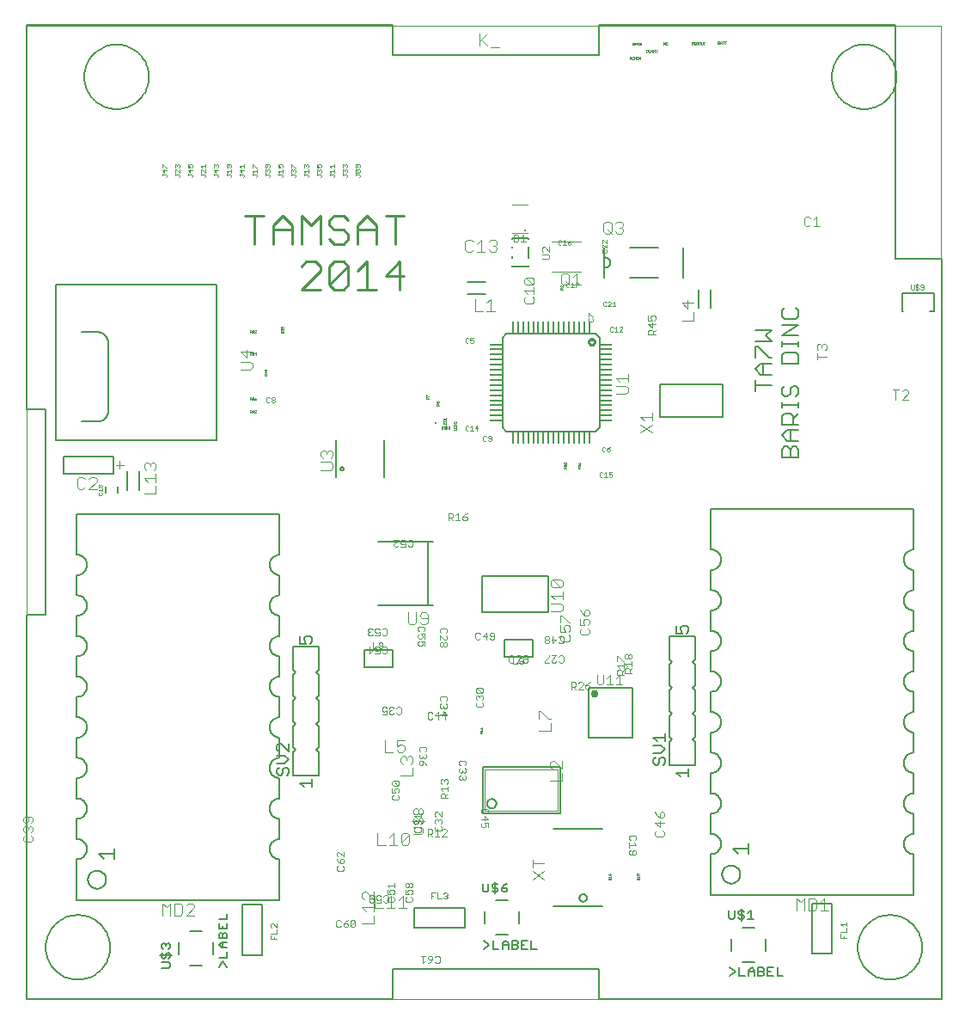
<source format=gto>
G75*
%MOIN*%
%OFA0B0*%
%FSLAX24Y24*%
%IPPOS*%
%LPD*%
%AMOC8*
5,1,8,0,0,1.08239X$1,22.5*
%
%ADD10C,0.0000*%
%ADD11C,0.0010*%
%ADD12C,0.0090*%
%ADD13C,0.0060*%
%ADD14C,0.0050*%
%ADD15C,0.0040*%
%ADD16C,0.0030*%
%ADD17C,0.0020*%
%ADD18C,0.0081*%
%ADD19C,0.0080*%
%ADD20R,0.0098X0.0098*%
%ADD21R,0.0059X0.0118*%
%ADD22R,0.0118X0.0118*%
%ADD23C,0.0070*%
%ADD24C,0.0295*%
%ADD25C,0.0100*%
%ADD26R,0.0079X0.0472*%
%ADD27R,0.0472X0.0079*%
D10*
X000500Y000494D02*
X000500Y038246D01*
X035988Y038246D01*
X036008Y000494D01*
X000500Y000494D01*
D11*
X018098Y010787D02*
X018098Y010832D01*
X018113Y010847D01*
X018143Y010847D01*
X018158Y010832D01*
X018158Y010787D01*
X018158Y010817D02*
X018188Y010847D01*
X018188Y010879D02*
X018188Y010939D01*
X018188Y010909D02*
X018098Y010909D01*
X018128Y010879D01*
X018128Y010971D02*
X018098Y011001D01*
X018188Y011001D01*
X018188Y010971D02*
X018188Y011031D01*
X018188Y010787D02*
X018098Y010787D01*
X023085Y005346D02*
X023130Y005301D01*
X023130Y005361D01*
X023175Y005346D02*
X023085Y005346D01*
X023085Y005239D02*
X023175Y005239D01*
X023175Y005209D02*
X023175Y005269D01*
X023115Y005209D02*
X023085Y005239D01*
X023100Y005177D02*
X023130Y005177D01*
X023145Y005162D01*
X023145Y005117D01*
X023145Y005147D02*
X023175Y005177D01*
X023175Y005117D02*
X023085Y005117D01*
X023085Y005162D01*
X023100Y005177D01*
X024175Y005162D02*
X024190Y005177D01*
X024220Y005177D01*
X024235Y005162D01*
X024235Y005117D01*
X024235Y005147D02*
X024265Y005177D01*
X024265Y005209D02*
X024265Y005269D01*
X024265Y005239D02*
X024175Y005239D01*
X024205Y005209D01*
X024175Y005162D02*
X024175Y005117D01*
X024265Y005117D01*
X024250Y005301D02*
X024265Y005316D01*
X024265Y005346D01*
X024250Y005361D01*
X024220Y005361D01*
X024205Y005346D01*
X024205Y005331D01*
X024220Y005301D01*
X024175Y005301D01*
X024175Y005361D01*
X021988Y021048D02*
X021898Y021048D01*
X021898Y021093D01*
X021913Y021108D01*
X021943Y021108D01*
X021958Y021093D01*
X021958Y021048D01*
X021958Y021078D02*
X021988Y021108D01*
X021973Y021140D02*
X021988Y021155D01*
X021988Y021185D01*
X021973Y021200D01*
X021958Y021200D01*
X021943Y021185D01*
X021943Y021170D01*
X021943Y021185D02*
X021928Y021200D01*
X021913Y021200D01*
X021898Y021185D01*
X021898Y021155D01*
X021913Y021140D01*
X021928Y021232D02*
X021898Y021262D01*
X021988Y021262D01*
X021988Y021232D02*
X021988Y021292D01*
X021445Y021285D02*
X021445Y021255D01*
X021430Y021240D01*
X021370Y021300D01*
X021430Y021300D01*
X021445Y021285D01*
X021430Y021240D02*
X021370Y021240D01*
X021355Y021255D01*
X021355Y021285D01*
X021370Y021300D01*
X021370Y021208D02*
X021385Y021208D01*
X021400Y021193D01*
X021415Y021208D01*
X021430Y021208D01*
X021445Y021193D01*
X021445Y021163D01*
X021430Y021148D01*
X021445Y021116D02*
X021415Y021085D01*
X021415Y021101D02*
X021415Y021055D01*
X021445Y021055D02*
X021355Y021055D01*
X021355Y021101D01*
X021370Y021116D01*
X021400Y021116D01*
X021415Y021101D01*
X021370Y021148D02*
X021355Y021163D01*
X021355Y021193D01*
X021370Y021208D01*
X021400Y021193D02*
X021400Y021178D01*
X017171Y022548D02*
X017171Y022608D01*
X017171Y022640D02*
X017171Y022700D01*
X017171Y022732D02*
X017171Y022777D01*
X017156Y022792D01*
X017096Y022792D01*
X017081Y022777D01*
X017081Y022732D01*
X017171Y022732D01*
X017126Y022670D02*
X017126Y022640D01*
X017081Y022640D02*
X017171Y022640D01*
X017081Y022640D02*
X017081Y022700D01*
X017096Y022824D02*
X017081Y022839D01*
X017081Y022869D01*
X017096Y022884D01*
X017111Y022884D01*
X017171Y022824D01*
X017171Y022884D01*
X017171Y022548D02*
X017081Y022548D01*
X016765Y022702D02*
X016765Y022762D01*
X016765Y022794D02*
X016765Y022854D01*
X016765Y022886D02*
X016765Y022932D01*
X016750Y022947D01*
X016690Y022947D01*
X016675Y022932D01*
X016675Y022886D01*
X016765Y022886D01*
X016720Y022824D02*
X016720Y022794D01*
X016675Y022794D02*
X016765Y022794D01*
X016675Y022794D02*
X016675Y022854D01*
X016705Y022979D02*
X016675Y023009D01*
X016765Y023009D01*
X016765Y022979D02*
X016765Y023039D01*
X016765Y022702D02*
X016675Y022702D01*
X016501Y023513D02*
X016411Y023513D01*
X016411Y023558D01*
X016426Y023573D01*
X016456Y023573D01*
X016471Y023558D01*
X016471Y023513D01*
X016471Y023543D02*
X016501Y023573D01*
X016486Y023605D02*
X016471Y023605D01*
X016456Y023620D01*
X016456Y023650D01*
X016471Y023665D01*
X016486Y023665D01*
X016501Y023650D01*
X016501Y023620D01*
X016486Y023605D01*
X016456Y023620D02*
X016441Y023605D01*
X016426Y023605D01*
X016411Y023620D01*
X016411Y023650D01*
X016426Y023665D01*
X016441Y023665D01*
X016456Y023650D01*
X016095Y023764D02*
X016005Y023764D01*
X016005Y023810D01*
X016020Y023825D01*
X016050Y023825D01*
X016065Y023810D01*
X016065Y023764D01*
X016065Y023795D02*
X016095Y023825D01*
X016095Y023857D02*
X016080Y023857D01*
X016020Y023917D01*
X016005Y023917D01*
X016005Y023857D01*
X021225Y028013D02*
X021225Y028058D01*
X021240Y028073D01*
X021270Y028073D01*
X021285Y028058D01*
X021285Y028013D01*
X021285Y028043D02*
X021315Y028073D01*
X021315Y028105D02*
X021255Y028165D01*
X021240Y028165D01*
X021225Y028150D01*
X021225Y028120D01*
X021240Y028105D01*
X021315Y028105D02*
X021315Y028165D01*
X021315Y028013D02*
X021225Y028013D01*
X023895Y036928D02*
X023895Y037018D01*
X023940Y037018D01*
X023955Y037003D01*
X023955Y036973D01*
X023940Y036958D01*
X023895Y036958D01*
X023987Y036943D02*
X024002Y036928D01*
X024032Y036928D01*
X024047Y036943D01*
X024079Y036928D02*
X024079Y037018D01*
X024109Y036988D01*
X024139Y037018D01*
X024139Y036928D01*
X024171Y036928D02*
X024201Y036928D01*
X024186Y036928D02*
X024186Y037018D01*
X024171Y037018D02*
X024201Y037018D01*
X024232Y037018D02*
X024292Y036928D01*
X024292Y037018D01*
X024232Y037018D02*
X024232Y036928D01*
X024047Y037003D02*
X024032Y037018D01*
X024002Y037018D01*
X023987Y037003D01*
X023987Y036943D01*
X024017Y037487D02*
X024062Y037487D01*
X024077Y037502D01*
X024077Y037517D01*
X024062Y037532D01*
X024017Y037532D01*
X024017Y037487D02*
X024017Y037577D01*
X024062Y037577D01*
X024077Y037562D01*
X024077Y037547D01*
X024062Y037532D01*
X024109Y037517D02*
X024154Y037517D01*
X024169Y037532D01*
X024169Y037562D01*
X024154Y037577D01*
X024109Y037577D01*
X024109Y037487D01*
X024201Y037502D02*
X024216Y037487D01*
X024246Y037487D01*
X024261Y037502D01*
X024261Y037562D01*
X024246Y037577D01*
X024216Y037577D01*
X024201Y037562D01*
X024201Y037502D01*
X024293Y037502D02*
X024308Y037487D01*
X024338Y037487D01*
X024353Y037502D01*
X024353Y037517D01*
X024338Y037532D01*
X024308Y037532D01*
X024293Y037547D01*
X024293Y037562D01*
X024308Y037577D01*
X024338Y037577D01*
X024353Y037562D01*
X024540Y037298D02*
X024585Y037298D01*
X024600Y037283D01*
X024600Y037223D01*
X024585Y037208D01*
X024540Y037208D01*
X024540Y037298D01*
X024633Y037298D02*
X024633Y037223D01*
X024648Y037208D01*
X024678Y037208D01*
X024693Y037223D01*
X024693Y037298D01*
X024725Y037298D02*
X024755Y037268D01*
X024785Y037298D01*
X024785Y037208D01*
X024817Y037208D02*
X024817Y037298D01*
X024847Y037268D01*
X024877Y037298D01*
X024877Y037208D01*
X024939Y037208D02*
X024939Y037253D01*
X024969Y037283D01*
X024969Y037298D01*
X024939Y037253D02*
X024909Y037283D01*
X024909Y037298D01*
X024725Y037298D02*
X024725Y037208D01*
X025214Y037495D02*
X025214Y037585D01*
X025274Y037495D01*
X025274Y037585D01*
X025306Y037570D02*
X025306Y037510D01*
X025321Y037495D01*
X025351Y037495D01*
X025366Y037510D01*
X025366Y037570D02*
X025351Y037585D01*
X025321Y037585D01*
X025306Y037570D01*
X026300Y037556D02*
X026345Y037556D01*
X026360Y037541D01*
X026360Y037526D01*
X026345Y037511D01*
X026300Y037511D01*
X026300Y037601D01*
X026345Y037601D01*
X026360Y037586D01*
X026360Y037571D01*
X026345Y037556D01*
X026392Y037586D02*
X026392Y037526D01*
X026407Y037511D01*
X026437Y037511D01*
X026452Y037526D01*
X026484Y037541D02*
X026529Y037541D01*
X026544Y037556D01*
X026544Y037586D01*
X026529Y037601D01*
X026484Y037601D01*
X026484Y037511D01*
X026514Y037541D02*
X026544Y037511D01*
X026577Y037526D02*
X026592Y037511D01*
X026622Y037511D01*
X026637Y037526D01*
X026637Y037586D01*
X026622Y037601D01*
X026592Y037601D01*
X026577Y037586D01*
X026577Y037526D01*
X026669Y037526D02*
X026684Y037511D01*
X026714Y037511D01*
X026729Y037526D01*
X026729Y037601D01*
X026761Y037601D02*
X026821Y037601D01*
X026791Y037601D02*
X026791Y037511D01*
X026669Y037526D02*
X026669Y037601D01*
X026452Y037586D02*
X026437Y037601D01*
X026407Y037601D01*
X026392Y037586D01*
X027316Y037576D02*
X027361Y037576D01*
X027376Y037561D01*
X027376Y037546D01*
X027361Y037531D01*
X027316Y037531D01*
X027316Y037621D01*
X027361Y037621D01*
X027376Y037606D01*
X027376Y037591D01*
X027361Y037576D01*
X027408Y037576D02*
X027468Y037576D01*
X027468Y037591D02*
X027468Y037531D01*
X027468Y037591D02*
X027438Y037621D01*
X027408Y037591D01*
X027408Y037531D01*
X027530Y037531D02*
X027530Y037621D01*
X027500Y037621D02*
X027560Y037621D01*
X027592Y037621D02*
X027652Y037621D01*
X027622Y037621D02*
X027622Y037531D01*
X010465Y026546D02*
X010465Y026516D01*
X010450Y026501D01*
X010435Y026501D01*
X010420Y026516D01*
X010420Y026546D01*
X010435Y026561D01*
X010450Y026561D01*
X010465Y026546D01*
X010420Y026546D02*
X010405Y026561D01*
X010390Y026561D01*
X010375Y026546D01*
X010375Y026516D01*
X010390Y026501D01*
X010405Y026501D01*
X010420Y026516D01*
X010435Y026469D02*
X010450Y026469D01*
X010465Y026454D01*
X010465Y026424D01*
X010450Y026409D01*
X010465Y026377D02*
X010435Y026347D01*
X010435Y026362D02*
X010435Y026317D01*
X010465Y026317D02*
X010375Y026317D01*
X010375Y026362D01*
X010390Y026377D01*
X010420Y026377D01*
X010435Y026362D01*
X010390Y026409D02*
X010375Y026424D01*
X010375Y026454D01*
X010390Y026469D01*
X010405Y026469D01*
X010420Y026454D01*
X010435Y026469D01*
X010420Y026454D02*
X010420Y026439D01*
X009411Y026400D02*
X009396Y026415D01*
X009366Y026415D01*
X009351Y026400D01*
X009319Y026400D02*
X009319Y026385D01*
X009304Y026370D01*
X009319Y026355D01*
X009319Y026340D01*
X009304Y026325D01*
X009274Y026325D01*
X009259Y026340D01*
X009227Y026325D02*
X009197Y026355D01*
X009212Y026355D02*
X009167Y026355D01*
X009167Y026325D02*
X009167Y026415D01*
X009212Y026415D01*
X009227Y026400D01*
X009227Y026370D01*
X009212Y026355D01*
X009259Y026400D02*
X009274Y026415D01*
X009304Y026415D01*
X009319Y026400D01*
X009304Y026370D02*
X009289Y026370D01*
X009351Y026325D02*
X009411Y026385D01*
X009411Y026400D01*
X009411Y026325D02*
X009351Y026325D01*
X009396Y025565D02*
X009351Y025520D01*
X009411Y025520D01*
X009396Y025475D02*
X009396Y025565D01*
X009319Y025550D02*
X009319Y025535D01*
X009304Y025520D01*
X009319Y025505D01*
X009319Y025490D01*
X009304Y025475D01*
X009274Y025475D01*
X009259Y025490D01*
X009227Y025475D02*
X009197Y025505D01*
X009212Y025505D02*
X009167Y025505D01*
X009167Y025475D02*
X009167Y025565D01*
X009212Y025565D01*
X009227Y025550D01*
X009227Y025520D01*
X009212Y025505D01*
X009259Y025550D02*
X009274Y025565D01*
X009304Y025565D01*
X009319Y025550D01*
X009304Y025520D02*
X009289Y025520D01*
X009750Y024911D02*
X009810Y024851D01*
X009825Y024866D01*
X009825Y024896D01*
X009810Y024911D01*
X009750Y024911D01*
X009735Y024896D01*
X009735Y024866D01*
X009750Y024851D01*
X009810Y024851D01*
X009780Y024819D02*
X009780Y024759D01*
X009735Y024804D01*
X009825Y024804D01*
X009825Y024727D02*
X009795Y024697D01*
X009795Y024712D02*
X009795Y024667D01*
X009825Y024667D02*
X009735Y024667D01*
X009735Y024712D01*
X009750Y024727D01*
X009780Y024727D01*
X009795Y024712D01*
X009411Y023815D02*
X009381Y023800D01*
X009351Y023770D01*
X009396Y023770D01*
X009411Y023755D01*
X009411Y023740D01*
X009396Y023725D01*
X009366Y023725D01*
X009351Y023740D01*
X009351Y023770D01*
X009319Y023755D02*
X009319Y023740D01*
X009304Y023725D01*
X009274Y023725D01*
X009259Y023740D01*
X009227Y023725D02*
X009197Y023755D01*
X009212Y023755D02*
X009167Y023755D01*
X009167Y023725D02*
X009167Y023815D01*
X009212Y023815D01*
X009227Y023800D01*
X009227Y023770D01*
X009212Y023755D01*
X009259Y023800D02*
X009274Y023815D01*
X009304Y023815D01*
X009319Y023800D01*
X009319Y023785D01*
X009304Y023770D01*
X009319Y023755D01*
X009304Y023770D02*
X009289Y023770D01*
X009304Y023315D02*
X009259Y023270D01*
X009319Y023270D01*
X009351Y023300D02*
X009366Y023315D01*
X009396Y023315D01*
X009411Y023300D01*
X009411Y023285D01*
X009351Y023225D01*
X009411Y023225D01*
X009304Y023225D02*
X009304Y023315D01*
X009227Y023300D02*
X009227Y023270D01*
X009212Y023255D01*
X009167Y023255D01*
X009197Y023255D02*
X009227Y023225D01*
X009167Y023225D02*
X009167Y023315D01*
X009212Y023315D01*
X009227Y023300D01*
X003450Y020404D02*
X003450Y020354D01*
X003425Y020329D01*
X003400Y020329D01*
X003375Y020354D01*
X003375Y020404D01*
X003400Y020429D01*
X003425Y020429D01*
X003450Y020404D01*
X003375Y020404D02*
X003350Y020429D01*
X003325Y020429D01*
X003300Y020404D01*
X003300Y020354D01*
X003325Y020329D01*
X003350Y020329D01*
X003375Y020354D01*
X003450Y020281D02*
X003450Y020181D01*
X003450Y020231D02*
X003300Y020231D01*
X003350Y020181D01*
X003325Y020134D02*
X003300Y020109D01*
X003300Y020059D01*
X003325Y020034D01*
X003425Y020034D01*
X003450Y020059D01*
X003450Y020109D01*
X003425Y020134D01*
D12*
X011165Y028000D02*
X011893Y028728D01*
X011893Y028910D01*
X011711Y029092D01*
X011347Y029092D01*
X011165Y028910D01*
X011165Y029771D02*
X011165Y030863D01*
X011529Y030499D01*
X011893Y030863D01*
X011893Y029771D01*
X012253Y029953D02*
X012435Y029771D01*
X012799Y029771D01*
X012981Y029953D01*
X012981Y030135D01*
X012799Y030317D01*
X012435Y030317D01*
X012253Y030499D01*
X012253Y030681D01*
X012435Y030863D01*
X012799Y030863D01*
X012981Y030681D01*
X013340Y030499D02*
X013704Y030863D01*
X014068Y030499D01*
X014068Y029771D01*
X014068Y030317D02*
X013340Y030317D01*
X013340Y030499D02*
X013340Y029771D01*
X013704Y029092D02*
X013704Y028000D01*
X013340Y028000D02*
X014068Y028000D01*
X014428Y028546D02*
X015156Y028546D01*
X014974Y029092D02*
X014428Y028546D01*
X014974Y028000D02*
X014974Y029092D01*
X014792Y029771D02*
X014792Y030863D01*
X014428Y030863D02*
X015156Y030863D01*
X013704Y029092D02*
X013340Y028728D01*
X012981Y028910D02*
X012981Y028182D01*
X012799Y028000D01*
X012435Y028000D01*
X012253Y028182D01*
X012981Y028910D01*
X012799Y029092D01*
X012435Y029092D01*
X012253Y028910D01*
X012253Y028182D01*
X011893Y028000D02*
X011165Y028000D01*
X010805Y029771D02*
X010805Y030499D01*
X010441Y030863D01*
X010077Y030499D01*
X010077Y029771D01*
X010077Y030317D02*
X010805Y030317D01*
X009718Y030863D02*
X008990Y030863D01*
X009354Y030863D02*
X009354Y029771D01*
D13*
X012520Y022160D02*
X012520Y020740D01*
X014380Y020740D02*
X014380Y022160D01*
X019331Y028890D02*
X019331Y028927D01*
X019331Y028890D02*
X019969Y028890D01*
X019969Y028927D01*
X019969Y029244D02*
X019969Y029656D01*
X019969Y029973D02*
X019969Y030010D01*
X019331Y030010D01*
X019331Y029973D01*
X019331Y029656D02*
X019331Y029619D01*
X019331Y029281D02*
X019331Y029244D01*
X028760Y026428D02*
X029400Y026428D01*
X029187Y026214D01*
X029400Y026001D01*
X028760Y026001D01*
X028760Y025783D02*
X028867Y025783D01*
X029294Y025356D01*
X029400Y025356D01*
X029400Y025138D02*
X028973Y025138D01*
X028760Y024925D01*
X028973Y024711D01*
X029400Y024711D01*
X029080Y024711D02*
X029080Y025138D01*
X028760Y025356D02*
X028760Y025783D01*
X029810Y025786D02*
X029810Y025999D01*
X029810Y025892D02*
X030450Y025892D01*
X030450Y025786D02*
X030450Y025999D01*
X030450Y026215D02*
X029810Y026215D01*
X030450Y026642D01*
X029810Y026642D01*
X029917Y026860D02*
X030344Y026860D01*
X030450Y026967D01*
X030450Y027180D01*
X030344Y027287D01*
X029917Y027287D02*
X029810Y027180D01*
X029810Y026967D01*
X029917Y026860D01*
X029917Y025568D02*
X029810Y025461D01*
X029810Y025141D01*
X030450Y025141D01*
X030450Y025461D01*
X030344Y025568D01*
X029917Y025568D01*
X029917Y024279D02*
X029810Y024172D01*
X029810Y023959D01*
X029917Y023852D01*
X030023Y023852D01*
X030130Y023959D01*
X030130Y024172D01*
X030237Y024279D01*
X030344Y024279D01*
X030450Y024172D01*
X030450Y023959D01*
X030344Y023852D01*
X030450Y023636D02*
X030450Y023422D01*
X030450Y023529D02*
X029810Y023529D01*
X029810Y023422D02*
X029810Y023636D01*
X029917Y023205D02*
X030130Y023205D01*
X030237Y023098D01*
X030237Y022778D01*
X030237Y022991D02*
X030450Y023205D01*
X030450Y022778D02*
X029810Y022778D01*
X029810Y023098D01*
X029917Y023205D01*
X030023Y022560D02*
X030450Y022560D01*
X030130Y022560D02*
X030130Y022133D01*
X030023Y022133D02*
X029810Y022347D01*
X030023Y022560D01*
X030023Y022133D02*
X030450Y022133D01*
X030344Y021916D02*
X030450Y021809D01*
X030450Y021489D01*
X029810Y021489D01*
X029810Y021809D01*
X029917Y021916D01*
X030023Y021916D01*
X030130Y021809D01*
X030130Y021489D01*
X030130Y021809D02*
X030237Y021916D01*
X030344Y021916D01*
X028760Y024067D02*
X028760Y024494D01*
X028760Y024280D02*
X029400Y024280D01*
X026450Y014550D02*
X025450Y014550D01*
X025450Y013650D01*
X025550Y013550D01*
X025450Y013450D01*
X025450Y012650D01*
X025550Y012550D01*
X025450Y012450D01*
X025450Y011650D01*
X025550Y011550D01*
X025450Y011450D01*
X025450Y010650D01*
X025550Y010550D01*
X025450Y010450D01*
X025450Y009550D01*
X026450Y009550D01*
X026450Y010450D01*
X026350Y010550D01*
X026450Y010650D01*
X026450Y011450D01*
X026350Y011550D01*
X026450Y011650D01*
X026450Y012450D01*
X026350Y012550D01*
X026450Y012650D01*
X026450Y013450D01*
X026350Y013550D01*
X026450Y013650D01*
X026450Y014550D01*
X021196Y009495D02*
X021196Y007697D01*
X018193Y007697D01*
X018193Y009495D01*
X021196Y009495D01*
X018366Y008076D02*
X018368Y008102D01*
X018374Y008128D01*
X018383Y008152D01*
X018396Y008175D01*
X018412Y008196D01*
X018431Y008214D01*
X018452Y008230D01*
X018476Y008242D01*
X018500Y008250D01*
X018526Y008255D01*
X018553Y008256D01*
X018579Y008253D01*
X018604Y008246D01*
X018628Y008236D01*
X018651Y008222D01*
X018671Y008206D01*
X018688Y008186D01*
X018703Y008164D01*
X018714Y008140D01*
X018722Y008115D01*
X018726Y008089D01*
X018726Y008063D01*
X018722Y008037D01*
X018714Y008012D01*
X018703Y007988D01*
X018688Y007966D01*
X018671Y007946D01*
X018651Y007930D01*
X018628Y007916D01*
X018604Y007906D01*
X018579Y007899D01*
X018553Y007896D01*
X018526Y007897D01*
X018500Y007902D01*
X018476Y007910D01*
X018452Y007922D01*
X018431Y007938D01*
X018412Y007956D01*
X018396Y007977D01*
X018383Y008000D01*
X018374Y008024D01*
X018368Y008050D01*
X018366Y008076D01*
X011850Y009150D02*
X011850Y010050D01*
X011750Y010150D01*
X011850Y010250D01*
X011850Y011050D01*
X011750Y011150D01*
X011850Y011250D01*
X011850Y012050D01*
X011750Y012150D01*
X011850Y012250D01*
X011850Y013050D01*
X011750Y013150D01*
X011850Y013250D01*
X011850Y014150D01*
X010850Y014150D01*
X010850Y013250D01*
X010950Y013150D01*
X010850Y013050D01*
X010850Y012250D01*
X010950Y012150D01*
X010850Y012050D01*
X010850Y011250D01*
X010950Y011150D01*
X010850Y011050D01*
X010850Y010250D01*
X010950Y010150D01*
X010850Y010050D01*
X010850Y009150D01*
X011850Y009150D01*
X004036Y020132D02*
X004036Y020368D01*
X003564Y020368D02*
X003564Y020132D01*
D14*
X003865Y020865D02*
X003865Y021535D01*
X001935Y021535D01*
X001935Y020865D01*
X003865Y020865D01*
X002450Y019300D02*
X010324Y019300D01*
X010324Y017725D01*
X010285Y017723D01*
X010247Y017717D01*
X010210Y017708D01*
X010173Y017695D01*
X010138Y017678D01*
X010105Y017659D01*
X010074Y017636D01*
X010045Y017610D01*
X010019Y017581D01*
X009996Y017550D01*
X009977Y017517D01*
X009960Y017482D01*
X009947Y017445D01*
X009938Y017408D01*
X009932Y017370D01*
X009930Y017331D01*
X009932Y017292D01*
X009938Y017254D01*
X009947Y017217D01*
X009960Y017180D01*
X009977Y017145D01*
X009996Y017112D01*
X010019Y017081D01*
X010045Y017052D01*
X010074Y017026D01*
X010105Y017003D01*
X010138Y016984D01*
X010173Y016967D01*
X010210Y016954D01*
X010247Y016945D01*
X010285Y016939D01*
X010324Y016937D01*
X010324Y016938D02*
X010324Y016150D01*
X010324Y016151D02*
X010285Y016149D01*
X010247Y016143D01*
X010210Y016134D01*
X010173Y016121D01*
X010138Y016104D01*
X010105Y016085D01*
X010074Y016062D01*
X010045Y016036D01*
X010019Y016007D01*
X009996Y015976D01*
X009977Y015943D01*
X009960Y015908D01*
X009947Y015871D01*
X009938Y015834D01*
X009932Y015796D01*
X009930Y015757D01*
X009932Y015718D01*
X009938Y015680D01*
X009947Y015643D01*
X009960Y015606D01*
X009977Y015571D01*
X009996Y015538D01*
X010019Y015507D01*
X010045Y015478D01*
X010074Y015452D01*
X010105Y015429D01*
X010138Y015410D01*
X010173Y015393D01*
X010210Y015380D01*
X010247Y015371D01*
X010285Y015365D01*
X010324Y015363D01*
X010324Y014576D01*
X010285Y014574D01*
X010247Y014568D01*
X010210Y014559D01*
X010173Y014546D01*
X010138Y014529D01*
X010105Y014510D01*
X010074Y014487D01*
X010045Y014461D01*
X010019Y014432D01*
X009996Y014401D01*
X009977Y014368D01*
X009960Y014333D01*
X009947Y014296D01*
X009938Y014259D01*
X009932Y014221D01*
X009930Y014182D01*
X009932Y014143D01*
X009938Y014105D01*
X009947Y014068D01*
X009960Y014031D01*
X009977Y013996D01*
X009996Y013963D01*
X010019Y013932D01*
X010045Y013903D01*
X010074Y013877D01*
X010105Y013854D01*
X010138Y013835D01*
X010173Y013818D01*
X010210Y013805D01*
X010247Y013796D01*
X010285Y013790D01*
X010324Y013788D01*
X010324Y013001D01*
X010285Y012999D01*
X010247Y012993D01*
X010210Y012984D01*
X010173Y012971D01*
X010138Y012954D01*
X010105Y012935D01*
X010074Y012912D01*
X010045Y012886D01*
X010019Y012857D01*
X009996Y012826D01*
X009977Y012793D01*
X009960Y012758D01*
X009947Y012721D01*
X009938Y012684D01*
X009932Y012646D01*
X009930Y012607D01*
X009932Y012568D01*
X009938Y012530D01*
X009947Y012493D01*
X009960Y012456D01*
X009977Y012421D01*
X009996Y012388D01*
X010019Y012357D01*
X010045Y012328D01*
X010074Y012302D01*
X010105Y012279D01*
X010138Y012260D01*
X010173Y012243D01*
X010210Y012230D01*
X010247Y012221D01*
X010285Y012215D01*
X010324Y012213D01*
X010324Y011426D01*
X010285Y011424D01*
X010247Y011418D01*
X010210Y011409D01*
X010173Y011396D01*
X010138Y011379D01*
X010105Y011360D01*
X010074Y011337D01*
X010045Y011311D01*
X010019Y011282D01*
X009996Y011251D01*
X009977Y011218D01*
X009960Y011183D01*
X009947Y011146D01*
X009938Y011109D01*
X009932Y011071D01*
X009930Y011032D01*
X009932Y010993D01*
X009938Y010955D01*
X009947Y010918D01*
X009960Y010881D01*
X009977Y010846D01*
X009996Y010813D01*
X010019Y010782D01*
X010045Y010753D01*
X010074Y010727D01*
X010105Y010704D01*
X010138Y010685D01*
X010173Y010668D01*
X010210Y010655D01*
X010247Y010646D01*
X010285Y010640D01*
X010324Y010638D01*
X010324Y010639D02*
X010324Y009851D01*
X010225Y009936D02*
X010525Y009936D01*
X010675Y009786D01*
X010525Y009635D01*
X010225Y009635D01*
X010300Y009475D02*
X010225Y009400D01*
X010225Y009250D01*
X010300Y009175D01*
X010375Y009175D01*
X010450Y009250D01*
X010450Y009400D01*
X010525Y009475D01*
X010600Y009475D01*
X010675Y009400D01*
X010675Y009250D01*
X010600Y009175D01*
X010324Y009064D02*
X010324Y008276D01*
X010324Y008277D02*
X010285Y008275D01*
X010247Y008269D01*
X010210Y008260D01*
X010173Y008247D01*
X010138Y008230D01*
X010105Y008211D01*
X010074Y008188D01*
X010045Y008162D01*
X010019Y008133D01*
X009996Y008102D01*
X009977Y008069D01*
X009960Y008034D01*
X009947Y007997D01*
X009938Y007960D01*
X009932Y007922D01*
X009930Y007883D01*
X009932Y007844D01*
X009938Y007806D01*
X009947Y007769D01*
X009960Y007732D01*
X009977Y007697D01*
X009996Y007664D01*
X010019Y007633D01*
X010045Y007604D01*
X010074Y007578D01*
X010105Y007555D01*
X010138Y007536D01*
X010173Y007519D01*
X010210Y007506D01*
X010247Y007497D01*
X010285Y007491D01*
X010324Y007489D01*
X010324Y006702D01*
X010285Y006700D01*
X010247Y006694D01*
X010210Y006685D01*
X010173Y006672D01*
X010138Y006655D01*
X010105Y006636D01*
X010074Y006613D01*
X010045Y006587D01*
X010019Y006558D01*
X009996Y006527D01*
X009977Y006494D01*
X009960Y006459D01*
X009947Y006422D01*
X009938Y006385D01*
X009932Y006347D01*
X009930Y006308D01*
X009932Y006269D01*
X009938Y006231D01*
X009947Y006194D01*
X009960Y006157D01*
X009977Y006122D01*
X009996Y006089D01*
X010019Y006058D01*
X010045Y006029D01*
X010074Y006003D01*
X010105Y005980D01*
X010138Y005961D01*
X010173Y005944D01*
X010210Y005931D01*
X010247Y005922D01*
X010285Y005916D01*
X010324Y005914D01*
X010324Y004339D01*
X002450Y004339D01*
X002450Y005914D01*
X002489Y005916D01*
X002527Y005922D01*
X002564Y005931D01*
X002601Y005944D01*
X002636Y005961D01*
X002669Y005980D01*
X002700Y006003D01*
X002729Y006029D01*
X002755Y006058D01*
X002778Y006089D01*
X002797Y006122D01*
X002814Y006157D01*
X002827Y006194D01*
X002836Y006231D01*
X002842Y006269D01*
X002844Y006308D01*
X002842Y006347D01*
X002836Y006385D01*
X002827Y006422D01*
X002814Y006459D01*
X002797Y006494D01*
X002778Y006527D01*
X002755Y006558D01*
X002729Y006587D01*
X002700Y006613D01*
X002669Y006636D01*
X002636Y006655D01*
X002601Y006672D01*
X002564Y006685D01*
X002527Y006694D01*
X002489Y006700D01*
X002450Y006702D01*
X002450Y007489D01*
X002489Y007491D01*
X002527Y007497D01*
X002564Y007506D01*
X002601Y007519D01*
X002636Y007536D01*
X002669Y007555D01*
X002700Y007578D01*
X002729Y007604D01*
X002755Y007633D01*
X002778Y007664D01*
X002797Y007697D01*
X002814Y007732D01*
X002827Y007769D01*
X002836Y007806D01*
X002842Y007844D01*
X002844Y007883D01*
X002842Y007922D01*
X002836Y007960D01*
X002827Y007997D01*
X002814Y008034D01*
X002797Y008069D01*
X002778Y008102D01*
X002755Y008133D01*
X002729Y008162D01*
X002700Y008188D01*
X002669Y008211D01*
X002636Y008230D01*
X002601Y008247D01*
X002564Y008260D01*
X002527Y008269D01*
X002489Y008275D01*
X002450Y008277D01*
X002450Y008276D02*
X002450Y009064D01*
X002450Y009063D02*
X002489Y009065D01*
X002527Y009071D01*
X002564Y009080D01*
X002601Y009093D01*
X002636Y009110D01*
X002669Y009129D01*
X002700Y009152D01*
X002729Y009178D01*
X002755Y009207D01*
X002778Y009238D01*
X002797Y009271D01*
X002814Y009306D01*
X002827Y009343D01*
X002836Y009380D01*
X002842Y009418D01*
X002844Y009457D01*
X002842Y009496D01*
X002836Y009534D01*
X002827Y009571D01*
X002814Y009608D01*
X002797Y009643D01*
X002778Y009676D01*
X002755Y009707D01*
X002729Y009736D01*
X002700Y009762D01*
X002669Y009785D01*
X002636Y009804D01*
X002601Y009821D01*
X002564Y009834D01*
X002527Y009843D01*
X002489Y009849D01*
X002450Y009851D01*
X002450Y010639D01*
X002450Y010638D02*
X002489Y010640D01*
X002527Y010646D01*
X002564Y010655D01*
X002601Y010668D01*
X002636Y010685D01*
X002669Y010704D01*
X002700Y010727D01*
X002729Y010753D01*
X002755Y010782D01*
X002778Y010813D01*
X002797Y010846D01*
X002814Y010881D01*
X002827Y010918D01*
X002836Y010955D01*
X002842Y010993D01*
X002844Y011032D01*
X002842Y011071D01*
X002836Y011109D01*
X002827Y011146D01*
X002814Y011183D01*
X002797Y011218D01*
X002778Y011251D01*
X002755Y011282D01*
X002729Y011311D01*
X002700Y011337D01*
X002669Y011360D01*
X002636Y011379D01*
X002601Y011396D01*
X002564Y011409D01*
X002527Y011418D01*
X002489Y011424D01*
X002450Y011426D01*
X002450Y012213D01*
X002489Y012215D01*
X002527Y012221D01*
X002564Y012230D01*
X002601Y012243D01*
X002636Y012260D01*
X002669Y012279D01*
X002700Y012302D01*
X002729Y012328D01*
X002755Y012357D01*
X002778Y012388D01*
X002797Y012421D01*
X002814Y012456D01*
X002827Y012493D01*
X002836Y012530D01*
X002842Y012568D01*
X002844Y012607D01*
X002842Y012646D01*
X002836Y012684D01*
X002827Y012721D01*
X002814Y012758D01*
X002797Y012793D01*
X002778Y012826D01*
X002755Y012857D01*
X002729Y012886D01*
X002700Y012912D01*
X002669Y012935D01*
X002636Y012954D01*
X002601Y012971D01*
X002564Y012984D01*
X002527Y012993D01*
X002489Y012999D01*
X002450Y013001D01*
X002450Y013788D01*
X002489Y013790D01*
X002527Y013796D01*
X002564Y013805D01*
X002601Y013818D01*
X002636Y013835D01*
X002669Y013854D01*
X002700Y013877D01*
X002729Y013903D01*
X002755Y013932D01*
X002778Y013963D01*
X002797Y013996D01*
X002814Y014031D01*
X002827Y014068D01*
X002836Y014105D01*
X002842Y014143D01*
X002844Y014182D01*
X002842Y014221D01*
X002836Y014259D01*
X002827Y014296D01*
X002814Y014333D01*
X002797Y014368D01*
X002778Y014401D01*
X002755Y014432D01*
X002729Y014461D01*
X002700Y014487D01*
X002669Y014510D01*
X002636Y014529D01*
X002601Y014546D01*
X002564Y014559D01*
X002527Y014568D01*
X002489Y014574D01*
X002450Y014576D01*
X002450Y015363D01*
X002489Y015365D01*
X002527Y015371D01*
X002564Y015380D01*
X002601Y015393D01*
X002636Y015410D01*
X002669Y015429D01*
X002700Y015452D01*
X002729Y015478D01*
X002755Y015507D01*
X002778Y015538D01*
X002797Y015571D01*
X002814Y015606D01*
X002827Y015643D01*
X002836Y015680D01*
X002842Y015718D01*
X002844Y015757D01*
X002842Y015796D01*
X002836Y015834D01*
X002827Y015871D01*
X002814Y015908D01*
X002797Y015943D01*
X002778Y015976D01*
X002755Y016007D01*
X002729Y016036D01*
X002700Y016062D01*
X002669Y016085D01*
X002636Y016104D01*
X002601Y016121D01*
X002564Y016134D01*
X002527Y016143D01*
X002489Y016149D01*
X002450Y016151D01*
X002450Y016150D02*
X002450Y016938D01*
X002450Y016937D02*
X002489Y016939D01*
X002527Y016945D01*
X002564Y016954D01*
X002601Y016967D01*
X002636Y016984D01*
X002669Y017003D01*
X002700Y017026D01*
X002729Y017052D01*
X002755Y017081D01*
X002778Y017112D01*
X002797Y017145D01*
X002814Y017180D01*
X002827Y017217D01*
X002836Y017254D01*
X002842Y017292D01*
X002844Y017331D01*
X002842Y017370D01*
X002836Y017408D01*
X002827Y017445D01*
X002814Y017482D01*
X002797Y017517D01*
X002778Y017550D01*
X002755Y017581D01*
X002729Y017610D01*
X002700Y017636D01*
X002669Y017659D01*
X002636Y017678D01*
X002601Y017695D01*
X002564Y017708D01*
X002527Y017717D01*
X002489Y017723D01*
X002450Y017725D01*
X002450Y019300D01*
X001643Y022175D02*
X007863Y022175D01*
X007863Y028199D01*
X001643Y028199D01*
X001643Y022175D01*
X002643Y022884D02*
X003273Y022884D01*
X003312Y022886D01*
X003350Y022892D01*
X003387Y022901D01*
X003424Y022914D01*
X003459Y022931D01*
X003492Y022950D01*
X003523Y022973D01*
X003552Y022999D01*
X003578Y023028D01*
X003601Y023059D01*
X003620Y023092D01*
X003637Y023127D01*
X003650Y023164D01*
X003659Y023201D01*
X003665Y023239D01*
X003667Y023278D01*
X003667Y025955D01*
X003665Y025994D01*
X003659Y026032D01*
X003650Y026069D01*
X003637Y026106D01*
X003620Y026141D01*
X003601Y026174D01*
X003578Y026205D01*
X003552Y026234D01*
X003523Y026260D01*
X003492Y026283D01*
X003459Y026302D01*
X003424Y026319D01*
X003387Y026332D01*
X003350Y026341D01*
X003312Y026347D01*
X003273Y026349D01*
X003273Y026348D02*
X002643Y026348D01*
X001250Y023370D02*
X000500Y023370D01*
X000500Y038250D01*
X014700Y038250D01*
X014700Y037100D01*
X022700Y037100D01*
X022700Y038250D01*
X034200Y038250D01*
X034200Y029200D01*
X036000Y029200D01*
X036000Y000500D01*
X022700Y000500D01*
X022700Y001650D01*
X014700Y001650D01*
X014700Y000500D01*
X000500Y000500D01*
X000500Y015380D01*
X001250Y015380D01*
X001250Y023370D01*
X011125Y014575D02*
X011125Y014275D01*
X011350Y014275D01*
X011275Y014425D01*
X011275Y014500D01*
X011350Y014575D01*
X011500Y014575D01*
X011575Y014500D01*
X011575Y014350D01*
X011500Y014275D01*
X013599Y014035D02*
X013599Y013365D01*
X014701Y013365D01*
X014701Y014035D01*
X013599Y014035D01*
X010675Y010396D02*
X010675Y010096D01*
X010375Y010396D01*
X010300Y010396D01*
X010225Y010321D01*
X010225Y010171D01*
X010300Y010096D01*
X010324Y009851D02*
X010285Y009849D01*
X010247Y009843D01*
X010210Y009834D01*
X010173Y009821D01*
X010138Y009804D01*
X010105Y009785D01*
X010074Y009762D01*
X010045Y009736D01*
X010019Y009707D01*
X009996Y009676D01*
X009977Y009643D01*
X009960Y009608D01*
X009947Y009571D01*
X009938Y009534D01*
X009932Y009496D01*
X009930Y009457D01*
X009932Y009418D01*
X009938Y009380D01*
X009947Y009343D01*
X009960Y009306D01*
X009977Y009271D01*
X009996Y009238D01*
X010019Y009207D01*
X010045Y009178D01*
X010074Y009152D01*
X010105Y009129D01*
X010138Y009110D01*
X010173Y009093D01*
X010210Y009080D01*
X010247Y009071D01*
X010285Y009065D01*
X010324Y009063D01*
X011125Y008875D02*
X011575Y008875D01*
X011575Y008725D02*
X011575Y009025D01*
X011275Y008725D02*
X011125Y008875D01*
X009635Y004151D02*
X008865Y004151D01*
X008865Y002199D01*
X009635Y002199D01*
X009635Y004151D01*
X015549Y004035D02*
X015549Y003265D01*
X017501Y003265D01*
X017501Y004035D01*
X015549Y004035D01*
X020955Y004104D02*
X022845Y004104D01*
X021955Y004419D02*
X021957Y004442D01*
X021963Y004465D01*
X021972Y004487D01*
X021985Y004506D01*
X022001Y004523D01*
X022019Y004538D01*
X022040Y004549D01*
X022062Y004557D01*
X022085Y004561D01*
X022109Y004561D01*
X022132Y004557D01*
X022154Y004549D01*
X022175Y004538D01*
X022193Y004523D01*
X022209Y004506D01*
X022222Y004487D01*
X022231Y004465D01*
X022237Y004442D01*
X022239Y004419D01*
X022237Y004396D01*
X022231Y004373D01*
X022222Y004351D01*
X022209Y004332D01*
X022193Y004315D01*
X022175Y004300D01*
X022154Y004289D01*
X022132Y004281D01*
X022109Y004277D01*
X022085Y004277D01*
X022062Y004281D01*
X022040Y004289D01*
X022019Y004300D01*
X022001Y004315D01*
X021985Y004332D01*
X021972Y004351D01*
X021963Y004373D01*
X021957Y004396D01*
X021955Y004419D01*
X022845Y007096D02*
X020955Y007096D01*
X024825Y009650D02*
X024900Y009575D01*
X024975Y009575D01*
X025050Y009650D01*
X025050Y009800D01*
X025125Y009875D01*
X025200Y009875D01*
X025275Y009800D01*
X025275Y009650D01*
X025200Y009575D01*
X024825Y009650D02*
X024825Y009800D01*
X024900Y009875D01*
X024825Y010035D02*
X025125Y010035D01*
X025275Y010186D01*
X025125Y010336D01*
X024825Y010336D01*
X024975Y010496D02*
X024825Y010646D01*
X025275Y010646D01*
X025275Y010496D02*
X025275Y010796D01*
X025725Y009275D02*
X026175Y009275D01*
X026175Y009125D02*
X026175Y009425D01*
X025875Y009125D02*
X025725Y009275D01*
X027050Y009264D02*
X027050Y008476D01*
X027050Y008477D02*
X027089Y008475D01*
X027127Y008469D01*
X027164Y008460D01*
X027201Y008447D01*
X027236Y008430D01*
X027269Y008411D01*
X027300Y008388D01*
X027329Y008362D01*
X027355Y008333D01*
X027378Y008302D01*
X027397Y008269D01*
X027414Y008234D01*
X027427Y008197D01*
X027436Y008160D01*
X027442Y008122D01*
X027444Y008083D01*
X027442Y008044D01*
X027436Y008006D01*
X027427Y007969D01*
X027414Y007932D01*
X027397Y007897D01*
X027378Y007864D01*
X027355Y007833D01*
X027329Y007804D01*
X027300Y007778D01*
X027269Y007755D01*
X027236Y007736D01*
X027201Y007719D01*
X027164Y007706D01*
X027127Y007697D01*
X027089Y007691D01*
X027050Y007689D01*
X027050Y006902D01*
X027089Y006900D01*
X027127Y006894D01*
X027164Y006885D01*
X027201Y006872D01*
X027236Y006855D01*
X027269Y006836D01*
X027300Y006813D01*
X027329Y006787D01*
X027355Y006758D01*
X027378Y006727D01*
X027397Y006694D01*
X027414Y006659D01*
X027427Y006622D01*
X027436Y006585D01*
X027442Y006547D01*
X027444Y006508D01*
X027442Y006469D01*
X027436Y006431D01*
X027427Y006394D01*
X027414Y006357D01*
X027397Y006322D01*
X027378Y006289D01*
X027355Y006258D01*
X027329Y006229D01*
X027300Y006203D01*
X027269Y006180D01*
X027236Y006161D01*
X027201Y006144D01*
X027164Y006131D01*
X027127Y006122D01*
X027089Y006116D01*
X027050Y006114D01*
X027050Y004539D01*
X034924Y004539D01*
X034924Y006114D01*
X034885Y006116D01*
X034847Y006122D01*
X034810Y006131D01*
X034773Y006144D01*
X034738Y006161D01*
X034705Y006180D01*
X034674Y006203D01*
X034645Y006229D01*
X034619Y006258D01*
X034596Y006289D01*
X034577Y006322D01*
X034560Y006357D01*
X034547Y006394D01*
X034538Y006431D01*
X034532Y006469D01*
X034530Y006508D01*
X034532Y006547D01*
X034538Y006585D01*
X034547Y006622D01*
X034560Y006659D01*
X034577Y006694D01*
X034596Y006727D01*
X034619Y006758D01*
X034645Y006787D01*
X034674Y006813D01*
X034705Y006836D01*
X034738Y006855D01*
X034773Y006872D01*
X034810Y006885D01*
X034847Y006894D01*
X034885Y006900D01*
X034924Y006902D01*
X034924Y007689D01*
X034885Y007691D01*
X034847Y007697D01*
X034810Y007706D01*
X034773Y007719D01*
X034738Y007736D01*
X034705Y007755D01*
X034674Y007778D01*
X034645Y007804D01*
X034619Y007833D01*
X034596Y007864D01*
X034577Y007897D01*
X034560Y007932D01*
X034547Y007969D01*
X034538Y008006D01*
X034532Y008044D01*
X034530Y008083D01*
X034532Y008122D01*
X034538Y008160D01*
X034547Y008197D01*
X034560Y008234D01*
X034577Y008269D01*
X034596Y008302D01*
X034619Y008333D01*
X034645Y008362D01*
X034674Y008388D01*
X034705Y008411D01*
X034738Y008430D01*
X034773Y008447D01*
X034810Y008460D01*
X034847Y008469D01*
X034885Y008475D01*
X034924Y008477D01*
X034924Y008476D02*
X034924Y009264D01*
X034924Y009263D02*
X034885Y009265D01*
X034847Y009271D01*
X034810Y009280D01*
X034773Y009293D01*
X034738Y009310D01*
X034705Y009329D01*
X034674Y009352D01*
X034645Y009378D01*
X034619Y009407D01*
X034596Y009438D01*
X034577Y009471D01*
X034560Y009506D01*
X034547Y009543D01*
X034538Y009580D01*
X034532Y009618D01*
X034530Y009657D01*
X034532Y009696D01*
X034538Y009734D01*
X034547Y009771D01*
X034560Y009808D01*
X034577Y009843D01*
X034596Y009876D01*
X034619Y009907D01*
X034645Y009936D01*
X034674Y009962D01*
X034705Y009985D01*
X034738Y010004D01*
X034773Y010021D01*
X034810Y010034D01*
X034847Y010043D01*
X034885Y010049D01*
X034924Y010051D01*
X034924Y010839D01*
X034924Y010838D02*
X034885Y010840D01*
X034847Y010846D01*
X034810Y010855D01*
X034773Y010868D01*
X034738Y010885D01*
X034705Y010904D01*
X034674Y010927D01*
X034645Y010953D01*
X034619Y010982D01*
X034596Y011013D01*
X034577Y011046D01*
X034560Y011081D01*
X034547Y011118D01*
X034538Y011155D01*
X034532Y011193D01*
X034530Y011232D01*
X034532Y011271D01*
X034538Y011309D01*
X034547Y011346D01*
X034560Y011383D01*
X034577Y011418D01*
X034596Y011451D01*
X034619Y011482D01*
X034645Y011511D01*
X034674Y011537D01*
X034705Y011560D01*
X034738Y011579D01*
X034773Y011596D01*
X034810Y011609D01*
X034847Y011618D01*
X034885Y011624D01*
X034924Y011626D01*
X034924Y012413D01*
X034885Y012415D01*
X034847Y012421D01*
X034810Y012430D01*
X034773Y012443D01*
X034738Y012460D01*
X034705Y012479D01*
X034674Y012502D01*
X034645Y012528D01*
X034619Y012557D01*
X034596Y012588D01*
X034577Y012621D01*
X034560Y012656D01*
X034547Y012693D01*
X034538Y012730D01*
X034532Y012768D01*
X034530Y012807D01*
X034532Y012846D01*
X034538Y012884D01*
X034547Y012921D01*
X034560Y012958D01*
X034577Y012993D01*
X034596Y013026D01*
X034619Y013057D01*
X034645Y013086D01*
X034674Y013112D01*
X034705Y013135D01*
X034738Y013154D01*
X034773Y013171D01*
X034810Y013184D01*
X034847Y013193D01*
X034885Y013199D01*
X034924Y013201D01*
X034924Y013988D01*
X034885Y013990D01*
X034847Y013996D01*
X034810Y014005D01*
X034773Y014018D01*
X034738Y014035D01*
X034705Y014054D01*
X034674Y014077D01*
X034645Y014103D01*
X034619Y014132D01*
X034596Y014163D01*
X034577Y014196D01*
X034560Y014231D01*
X034547Y014268D01*
X034538Y014305D01*
X034532Y014343D01*
X034530Y014382D01*
X034532Y014421D01*
X034538Y014459D01*
X034547Y014496D01*
X034560Y014533D01*
X034577Y014568D01*
X034596Y014601D01*
X034619Y014632D01*
X034645Y014661D01*
X034674Y014687D01*
X034705Y014710D01*
X034738Y014729D01*
X034773Y014746D01*
X034810Y014759D01*
X034847Y014768D01*
X034885Y014774D01*
X034924Y014776D01*
X034924Y015563D01*
X034885Y015565D01*
X034847Y015571D01*
X034810Y015580D01*
X034773Y015593D01*
X034738Y015610D01*
X034705Y015629D01*
X034674Y015652D01*
X034645Y015678D01*
X034619Y015707D01*
X034596Y015738D01*
X034577Y015771D01*
X034560Y015806D01*
X034547Y015843D01*
X034538Y015880D01*
X034532Y015918D01*
X034530Y015957D01*
X034532Y015996D01*
X034538Y016034D01*
X034547Y016071D01*
X034560Y016108D01*
X034577Y016143D01*
X034596Y016176D01*
X034619Y016207D01*
X034645Y016236D01*
X034674Y016262D01*
X034705Y016285D01*
X034738Y016304D01*
X034773Y016321D01*
X034810Y016334D01*
X034847Y016343D01*
X034885Y016349D01*
X034924Y016351D01*
X034924Y016350D02*
X034924Y017138D01*
X034924Y017137D02*
X034885Y017139D01*
X034847Y017145D01*
X034810Y017154D01*
X034773Y017167D01*
X034738Y017184D01*
X034705Y017203D01*
X034674Y017226D01*
X034645Y017252D01*
X034619Y017281D01*
X034596Y017312D01*
X034577Y017345D01*
X034560Y017380D01*
X034547Y017417D01*
X034538Y017454D01*
X034532Y017492D01*
X034530Y017531D01*
X034532Y017570D01*
X034538Y017608D01*
X034547Y017645D01*
X034560Y017682D01*
X034577Y017717D01*
X034596Y017750D01*
X034619Y017781D01*
X034645Y017810D01*
X034674Y017836D01*
X034705Y017859D01*
X034738Y017878D01*
X034773Y017895D01*
X034810Y017908D01*
X034847Y017917D01*
X034885Y017923D01*
X034924Y017925D01*
X034924Y019500D01*
X027050Y019500D01*
X027050Y017925D01*
X027089Y017923D01*
X027127Y017917D01*
X027164Y017908D01*
X027201Y017895D01*
X027236Y017878D01*
X027269Y017859D01*
X027300Y017836D01*
X027329Y017810D01*
X027355Y017781D01*
X027378Y017750D01*
X027397Y017717D01*
X027414Y017682D01*
X027427Y017645D01*
X027436Y017608D01*
X027442Y017570D01*
X027444Y017531D01*
X027442Y017492D01*
X027436Y017454D01*
X027427Y017417D01*
X027414Y017380D01*
X027397Y017345D01*
X027378Y017312D01*
X027355Y017281D01*
X027329Y017252D01*
X027300Y017226D01*
X027269Y017203D01*
X027236Y017184D01*
X027201Y017167D01*
X027164Y017154D01*
X027127Y017145D01*
X027089Y017139D01*
X027050Y017137D01*
X027050Y017138D02*
X027050Y016350D01*
X027050Y016351D02*
X027089Y016349D01*
X027127Y016343D01*
X027164Y016334D01*
X027201Y016321D01*
X027236Y016304D01*
X027269Y016285D01*
X027300Y016262D01*
X027329Y016236D01*
X027355Y016207D01*
X027378Y016176D01*
X027397Y016143D01*
X027414Y016108D01*
X027427Y016071D01*
X027436Y016034D01*
X027442Y015996D01*
X027444Y015957D01*
X027442Y015918D01*
X027436Y015880D01*
X027427Y015843D01*
X027414Y015806D01*
X027397Y015771D01*
X027378Y015738D01*
X027355Y015707D01*
X027329Y015678D01*
X027300Y015652D01*
X027269Y015629D01*
X027236Y015610D01*
X027201Y015593D01*
X027164Y015580D01*
X027127Y015571D01*
X027089Y015565D01*
X027050Y015563D01*
X027050Y014776D01*
X027089Y014774D01*
X027127Y014768D01*
X027164Y014759D01*
X027201Y014746D01*
X027236Y014729D01*
X027269Y014710D01*
X027300Y014687D01*
X027329Y014661D01*
X027355Y014632D01*
X027378Y014601D01*
X027397Y014568D01*
X027414Y014533D01*
X027427Y014496D01*
X027436Y014459D01*
X027442Y014421D01*
X027444Y014382D01*
X027442Y014343D01*
X027436Y014305D01*
X027427Y014268D01*
X027414Y014231D01*
X027397Y014196D01*
X027378Y014163D01*
X027355Y014132D01*
X027329Y014103D01*
X027300Y014077D01*
X027269Y014054D01*
X027236Y014035D01*
X027201Y014018D01*
X027164Y014005D01*
X027127Y013996D01*
X027089Y013990D01*
X027050Y013988D01*
X027050Y013201D01*
X027089Y013199D01*
X027127Y013193D01*
X027164Y013184D01*
X027201Y013171D01*
X027236Y013154D01*
X027269Y013135D01*
X027300Y013112D01*
X027329Y013086D01*
X027355Y013057D01*
X027378Y013026D01*
X027397Y012993D01*
X027414Y012958D01*
X027427Y012921D01*
X027436Y012884D01*
X027442Y012846D01*
X027444Y012807D01*
X027442Y012768D01*
X027436Y012730D01*
X027427Y012693D01*
X027414Y012656D01*
X027397Y012621D01*
X027378Y012588D01*
X027355Y012557D01*
X027329Y012528D01*
X027300Y012502D01*
X027269Y012479D01*
X027236Y012460D01*
X027201Y012443D01*
X027164Y012430D01*
X027127Y012421D01*
X027089Y012415D01*
X027050Y012413D01*
X027050Y011626D01*
X027089Y011624D01*
X027127Y011618D01*
X027164Y011609D01*
X027201Y011596D01*
X027236Y011579D01*
X027269Y011560D01*
X027300Y011537D01*
X027329Y011511D01*
X027355Y011482D01*
X027378Y011451D01*
X027397Y011418D01*
X027414Y011383D01*
X027427Y011346D01*
X027436Y011309D01*
X027442Y011271D01*
X027444Y011232D01*
X027442Y011193D01*
X027436Y011155D01*
X027427Y011118D01*
X027414Y011081D01*
X027397Y011046D01*
X027378Y011013D01*
X027355Y010982D01*
X027329Y010953D01*
X027300Y010927D01*
X027269Y010904D01*
X027236Y010885D01*
X027201Y010868D01*
X027164Y010855D01*
X027127Y010846D01*
X027089Y010840D01*
X027050Y010838D01*
X027050Y010839D02*
X027050Y010051D01*
X027089Y010049D01*
X027127Y010043D01*
X027164Y010034D01*
X027201Y010021D01*
X027236Y010004D01*
X027269Y009985D01*
X027300Y009962D01*
X027329Y009936D01*
X027355Y009907D01*
X027378Y009876D01*
X027397Y009843D01*
X027414Y009808D01*
X027427Y009771D01*
X027436Y009734D01*
X027442Y009696D01*
X027444Y009657D01*
X027442Y009618D01*
X027436Y009580D01*
X027427Y009543D01*
X027414Y009506D01*
X027397Y009471D01*
X027378Y009438D01*
X027355Y009407D01*
X027329Y009378D01*
X027300Y009352D01*
X027269Y009329D01*
X027236Y009310D01*
X027201Y009293D01*
X027164Y009280D01*
X027127Y009271D01*
X027089Y009265D01*
X027050Y009263D01*
X028505Y006536D02*
X028505Y006129D01*
X028505Y006333D02*
X027894Y006333D01*
X028098Y006129D01*
X027485Y005327D02*
X027487Y005364D01*
X027493Y005401D01*
X027503Y005438D01*
X027516Y005472D01*
X027534Y005506D01*
X027554Y005537D01*
X027578Y005566D01*
X027605Y005592D01*
X027635Y005615D01*
X027666Y005635D01*
X027700Y005651D01*
X027735Y005664D01*
X027772Y005673D01*
X027809Y005678D01*
X027846Y005679D01*
X027884Y005676D01*
X027921Y005669D01*
X027956Y005658D01*
X027991Y005644D01*
X028024Y005625D01*
X028054Y005604D01*
X028083Y005579D01*
X028108Y005552D01*
X028130Y005522D01*
X028149Y005489D01*
X028165Y005455D01*
X028177Y005420D01*
X028185Y005383D01*
X028189Y005346D01*
X028189Y005308D01*
X028185Y005271D01*
X028177Y005234D01*
X028165Y005199D01*
X028149Y005165D01*
X028130Y005132D01*
X028108Y005102D01*
X028083Y005075D01*
X028054Y005050D01*
X028024Y005029D01*
X027991Y005010D01*
X027956Y004996D01*
X027921Y004985D01*
X027884Y004978D01*
X027846Y004975D01*
X027809Y004976D01*
X027772Y004981D01*
X027735Y004990D01*
X027700Y005003D01*
X027666Y005019D01*
X027635Y005039D01*
X027605Y005062D01*
X027578Y005088D01*
X027554Y005117D01*
X027534Y005148D01*
X027516Y005182D01*
X027503Y005216D01*
X027493Y005253D01*
X027487Y005290D01*
X027485Y005327D01*
X030965Y004201D02*
X030965Y002249D01*
X031735Y002249D01*
X031735Y004201D01*
X030965Y004201D01*
X032750Y002500D02*
X032752Y002570D01*
X032758Y002640D01*
X032768Y002709D01*
X032781Y002778D01*
X032799Y002846D01*
X032820Y002913D01*
X032845Y002978D01*
X032874Y003042D01*
X032906Y003105D01*
X032942Y003165D01*
X032981Y003223D01*
X033023Y003279D01*
X033068Y003333D01*
X033116Y003384D01*
X033167Y003432D01*
X033221Y003477D01*
X033277Y003519D01*
X033335Y003558D01*
X033395Y003594D01*
X033458Y003626D01*
X033522Y003655D01*
X033587Y003680D01*
X033654Y003701D01*
X033722Y003719D01*
X033791Y003732D01*
X033860Y003742D01*
X033930Y003748D01*
X034000Y003750D01*
X034070Y003748D01*
X034140Y003742D01*
X034209Y003732D01*
X034278Y003719D01*
X034346Y003701D01*
X034413Y003680D01*
X034478Y003655D01*
X034542Y003626D01*
X034605Y003594D01*
X034665Y003558D01*
X034723Y003519D01*
X034779Y003477D01*
X034833Y003432D01*
X034884Y003384D01*
X034932Y003333D01*
X034977Y003279D01*
X035019Y003223D01*
X035058Y003165D01*
X035094Y003105D01*
X035126Y003042D01*
X035155Y002978D01*
X035180Y002913D01*
X035201Y002846D01*
X035219Y002778D01*
X035232Y002709D01*
X035242Y002640D01*
X035248Y002570D01*
X035250Y002500D01*
X035248Y002430D01*
X035242Y002360D01*
X035232Y002291D01*
X035219Y002222D01*
X035201Y002154D01*
X035180Y002087D01*
X035155Y002022D01*
X035126Y001958D01*
X035094Y001895D01*
X035058Y001835D01*
X035019Y001777D01*
X034977Y001721D01*
X034932Y001667D01*
X034884Y001616D01*
X034833Y001568D01*
X034779Y001523D01*
X034723Y001481D01*
X034665Y001442D01*
X034605Y001406D01*
X034542Y001374D01*
X034478Y001345D01*
X034413Y001320D01*
X034346Y001299D01*
X034278Y001281D01*
X034209Y001268D01*
X034140Y001258D01*
X034070Y001252D01*
X034000Y001250D01*
X033930Y001252D01*
X033860Y001258D01*
X033791Y001268D01*
X033722Y001281D01*
X033654Y001299D01*
X033587Y001320D01*
X033522Y001345D01*
X033458Y001374D01*
X033395Y001406D01*
X033335Y001442D01*
X033277Y001481D01*
X033221Y001523D01*
X033167Y001568D01*
X033116Y001616D01*
X033068Y001667D01*
X033023Y001721D01*
X032981Y001777D01*
X032942Y001835D01*
X032906Y001895D01*
X032874Y001958D01*
X032845Y002022D01*
X032820Y002087D01*
X032799Y002154D01*
X032781Y002222D01*
X032768Y002291D01*
X032758Y002360D01*
X032752Y002430D01*
X032750Y002500D01*
X026100Y014675D02*
X026175Y014750D01*
X026175Y014900D01*
X026100Y014975D01*
X025950Y014975D01*
X025875Y014900D01*
X025875Y014825D01*
X025950Y014675D01*
X025725Y014675D01*
X025725Y014975D01*
X020151Y014435D02*
X020151Y013765D01*
X019049Y013765D01*
X019049Y014435D01*
X020151Y014435D01*
X003905Y006336D02*
X003905Y005929D01*
X003905Y006133D02*
X003294Y006133D01*
X003498Y005929D01*
X002885Y005127D02*
X002887Y005164D01*
X002893Y005201D01*
X002903Y005238D01*
X002916Y005272D01*
X002934Y005306D01*
X002954Y005337D01*
X002978Y005366D01*
X003005Y005392D01*
X003035Y005415D01*
X003066Y005435D01*
X003100Y005451D01*
X003135Y005464D01*
X003172Y005473D01*
X003209Y005478D01*
X003246Y005479D01*
X003284Y005476D01*
X003321Y005469D01*
X003356Y005458D01*
X003391Y005444D01*
X003424Y005425D01*
X003454Y005404D01*
X003483Y005379D01*
X003508Y005352D01*
X003530Y005322D01*
X003549Y005289D01*
X003565Y005255D01*
X003577Y005220D01*
X003585Y005183D01*
X003589Y005146D01*
X003589Y005108D01*
X003585Y005071D01*
X003577Y005034D01*
X003565Y004999D01*
X003549Y004965D01*
X003530Y004932D01*
X003508Y004902D01*
X003483Y004875D01*
X003454Y004850D01*
X003424Y004829D01*
X003391Y004810D01*
X003356Y004796D01*
X003321Y004785D01*
X003284Y004778D01*
X003246Y004775D01*
X003209Y004776D01*
X003172Y004781D01*
X003135Y004790D01*
X003100Y004803D01*
X003066Y004819D01*
X003035Y004839D01*
X003005Y004862D01*
X002978Y004888D01*
X002954Y004917D01*
X002934Y004948D01*
X002916Y004982D01*
X002903Y005016D01*
X002893Y005053D01*
X002887Y005090D01*
X002885Y005127D01*
X001250Y002500D02*
X001252Y002570D01*
X001258Y002640D01*
X001268Y002709D01*
X001281Y002778D01*
X001299Y002846D01*
X001320Y002913D01*
X001345Y002978D01*
X001374Y003042D01*
X001406Y003105D01*
X001442Y003165D01*
X001481Y003223D01*
X001523Y003279D01*
X001568Y003333D01*
X001616Y003384D01*
X001667Y003432D01*
X001721Y003477D01*
X001777Y003519D01*
X001835Y003558D01*
X001895Y003594D01*
X001958Y003626D01*
X002022Y003655D01*
X002087Y003680D01*
X002154Y003701D01*
X002222Y003719D01*
X002291Y003732D01*
X002360Y003742D01*
X002430Y003748D01*
X002500Y003750D01*
X002570Y003748D01*
X002640Y003742D01*
X002709Y003732D01*
X002778Y003719D01*
X002846Y003701D01*
X002913Y003680D01*
X002978Y003655D01*
X003042Y003626D01*
X003105Y003594D01*
X003165Y003558D01*
X003223Y003519D01*
X003279Y003477D01*
X003333Y003432D01*
X003384Y003384D01*
X003432Y003333D01*
X003477Y003279D01*
X003519Y003223D01*
X003558Y003165D01*
X003594Y003105D01*
X003626Y003042D01*
X003655Y002978D01*
X003680Y002913D01*
X003701Y002846D01*
X003719Y002778D01*
X003732Y002709D01*
X003742Y002640D01*
X003748Y002570D01*
X003750Y002500D01*
X003748Y002430D01*
X003742Y002360D01*
X003732Y002291D01*
X003719Y002222D01*
X003701Y002154D01*
X003680Y002087D01*
X003655Y002022D01*
X003626Y001958D01*
X003594Y001895D01*
X003558Y001835D01*
X003519Y001777D01*
X003477Y001721D01*
X003432Y001667D01*
X003384Y001616D01*
X003333Y001568D01*
X003279Y001523D01*
X003223Y001481D01*
X003165Y001442D01*
X003105Y001406D01*
X003042Y001374D01*
X002978Y001345D01*
X002913Y001320D01*
X002846Y001299D01*
X002778Y001281D01*
X002709Y001268D01*
X002640Y001258D01*
X002570Y001252D01*
X002500Y001250D01*
X002430Y001252D01*
X002360Y001258D01*
X002291Y001268D01*
X002222Y001281D01*
X002154Y001299D01*
X002087Y001320D01*
X002022Y001345D01*
X001958Y001374D01*
X001895Y001406D01*
X001835Y001442D01*
X001777Y001481D01*
X001721Y001523D01*
X001667Y001568D01*
X001616Y001616D01*
X001568Y001667D01*
X001523Y001721D01*
X001481Y001777D01*
X001442Y001835D01*
X001406Y001895D01*
X001374Y001958D01*
X001345Y002022D01*
X001320Y002087D01*
X001299Y002154D01*
X001281Y002222D01*
X001268Y002291D01*
X001258Y002360D01*
X001252Y002430D01*
X001250Y002500D01*
X002750Y036250D02*
X002752Y036320D01*
X002758Y036390D01*
X002768Y036459D01*
X002781Y036528D01*
X002799Y036596D01*
X002820Y036663D01*
X002845Y036728D01*
X002874Y036792D01*
X002906Y036855D01*
X002942Y036915D01*
X002981Y036973D01*
X003023Y037029D01*
X003068Y037083D01*
X003116Y037134D01*
X003167Y037182D01*
X003221Y037227D01*
X003277Y037269D01*
X003335Y037308D01*
X003395Y037344D01*
X003458Y037376D01*
X003522Y037405D01*
X003587Y037430D01*
X003654Y037451D01*
X003722Y037469D01*
X003791Y037482D01*
X003860Y037492D01*
X003930Y037498D01*
X004000Y037500D01*
X004070Y037498D01*
X004140Y037492D01*
X004209Y037482D01*
X004278Y037469D01*
X004346Y037451D01*
X004413Y037430D01*
X004478Y037405D01*
X004542Y037376D01*
X004605Y037344D01*
X004665Y037308D01*
X004723Y037269D01*
X004779Y037227D01*
X004833Y037182D01*
X004884Y037134D01*
X004932Y037083D01*
X004977Y037029D01*
X005019Y036973D01*
X005058Y036915D01*
X005094Y036855D01*
X005126Y036792D01*
X005155Y036728D01*
X005180Y036663D01*
X005201Y036596D01*
X005219Y036528D01*
X005232Y036459D01*
X005242Y036390D01*
X005248Y036320D01*
X005250Y036250D01*
X005248Y036180D01*
X005242Y036110D01*
X005232Y036041D01*
X005219Y035972D01*
X005201Y035904D01*
X005180Y035837D01*
X005155Y035772D01*
X005126Y035708D01*
X005094Y035645D01*
X005058Y035585D01*
X005019Y035527D01*
X004977Y035471D01*
X004932Y035417D01*
X004884Y035366D01*
X004833Y035318D01*
X004779Y035273D01*
X004723Y035231D01*
X004665Y035192D01*
X004605Y035156D01*
X004542Y035124D01*
X004478Y035095D01*
X004413Y035070D01*
X004346Y035049D01*
X004278Y035031D01*
X004209Y035018D01*
X004140Y035008D01*
X004070Y035002D01*
X004000Y035000D01*
X003930Y035002D01*
X003860Y035008D01*
X003791Y035018D01*
X003722Y035031D01*
X003654Y035049D01*
X003587Y035070D01*
X003522Y035095D01*
X003458Y035124D01*
X003395Y035156D01*
X003335Y035192D01*
X003277Y035231D01*
X003221Y035273D01*
X003167Y035318D01*
X003116Y035366D01*
X003068Y035417D01*
X003023Y035471D01*
X002981Y035527D01*
X002942Y035585D01*
X002906Y035645D01*
X002874Y035708D01*
X002845Y035772D01*
X002820Y035837D01*
X002799Y035904D01*
X002781Y035972D01*
X002768Y036041D01*
X002758Y036110D01*
X002752Y036180D01*
X002750Y036250D01*
X031750Y036250D02*
X031752Y036320D01*
X031758Y036390D01*
X031768Y036459D01*
X031781Y036528D01*
X031799Y036596D01*
X031820Y036663D01*
X031845Y036728D01*
X031874Y036792D01*
X031906Y036855D01*
X031942Y036915D01*
X031981Y036973D01*
X032023Y037029D01*
X032068Y037083D01*
X032116Y037134D01*
X032167Y037182D01*
X032221Y037227D01*
X032277Y037269D01*
X032335Y037308D01*
X032395Y037344D01*
X032458Y037376D01*
X032522Y037405D01*
X032587Y037430D01*
X032654Y037451D01*
X032722Y037469D01*
X032791Y037482D01*
X032860Y037492D01*
X032930Y037498D01*
X033000Y037500D01*
X033070Y037498D01*
X033140Y037492D01*
X033209Y037482D01*
X033278Y037469D01*
X033346Y037451D01*
X033413Y037430D01*
X033478Y037405D01*
X033542Y037376D01*
X033605Y037344D01*
X033665Y037308D01*
X033723Y037269D01*
X033779Y037227D01*
X033833Y037182D01*
X033884Y037134D01*
X033932Y037083D01*
X033977Y037029D01*
X034019Y036973D01*
X034058Y036915D01*
X034094Y036855D01*
X034126Y036792D01*
X034155Y036728D01*
X034180Y036663D01*
X034201Y036596D01*
X034219Y036528D01*
X034232Y036459D01*
X034242Y036390D01*
X034248Y036320D01*
X034250Y036250D01*
X034248Y036180D01*
X034242Y036110D01*
X034232Y036041D01*
X034219Y035972D01*
X034201Y035904D01*
X034180Y035837D01*
X034155Y035772D01*
X034126Y035708D01*
X034094Y035645D01*
X034058Y035585D01*
X034019Y035527D01*
X033977Y035471D01*
X033932Y035417D01*
X033884Y035366D01*
X033833Y035318D01*
X033779Y035273D01*
X033723Y035231D01*
X033665Y035192D01*
X033605Y035156D01*
X033542Y035124D01*
X033478Y035095D01*
X033413Y035070D01*
X033346Y035049D01*
X033278Y035031D01*
X033209Y035018D01*
X033140Y035008D01*
X033070Y035002D01*
X033000Y035000D01*
X032930Y035002D01*
X032860Y035008D01*
X032791Y035018D01*
X032722Y035031D01*
X032654Y035049D01*
X032587Y035070D01*
X032522Y035095D01*
X032458Y035124D01*
X032395Y035156D01*
X032335Y035192D01*
X032277Y035231D01*
X032221Y035273D01*
X032167Y035318D01*
X032116Y035366D01*
X032068Y035417D01*
X032023Y035471D01*
X031981Y035527D01*
X031942Y035585D01*
X031906Y035645D01*
X031874Y035708D01*
X031845Y035772D01*
X031820Y035837D01*
X031799Y035904D01*
X031781Y035972D01*
X031768Y036041D01*
X031758Y036110D01*
X031752Y036180D01*
X031750Y036250D01*
D15*
X023655Y030562D02*
X023655Y030485D01*
X023578Y030408D01*
X023655Y030332D01*
X023655Y030255D01*
X023578Y030178D01*
X023425Y030178D01*
X023348Y030255D01*
X023195Y030255D02*
X023118Y030178D01*
X022964Y030178D01*
X022888Y030255D01*
X022888Y030562D01*
X022964Y030639D01*
X023118Y030639D01*
X023195Y030562D01*
X023195Y030255D01*
X023195Y030178D02*
X023041Y030332D01*
X023348Y030562D02*
X023425Y030639D01*
X023578Y030639D01*
X023655Y030562D01*
X023578Y030408D02*
X023501Y030408D01*
X022021Y029851D02*
X020879Y029851D01*
X019945Y030199D02*
X019355Y030199D01*
X018748Y029854D02*
X018748Y029777D01*
X018671Y029700D01*
X018748Y029623D01*
X018748Y029547D01*
X018671Y029470D01*
X018518Y029470D01*
X018441Y029547D01*
X018287Y029470D02*
X017980Y029470D01*
X018134Y029470D02*
X018134Y029930D01*
X017980Y029777D01*
X017827Y029854D02*
X017750Y029930D01*
X017597Y029930D01*
X017520Y029854D01*
X017520Y029547D01*
X017597Y029470D01*
X017750Y029470D01*
X017827Y029547D01*
X018441Y029854D02*
X018518Y029930D01*
X018671Y029930D01*
X018748Y029854D01*
X018671Y029700D02*
X018594Y029700D01*
X019355Y031301D02*
X019945Y031301D01*
X020879Y028709D02*
X022021Y028709D01*
X021852Y028641D02*
X021852Y028180D01*
X021699Y028180D02*
X022006Y028180D01*
X021699Y028487D02*
X021852Y028641D01*
X021545Y028564D02*
X021545Y028257D01*
X021468Y028180D01*
X021315Y028180D01*
X021238Y028257D01*
X021238Y028564D01*
X021315Y028641D01*
X021468Y028641D01*
X021545Y028564D01*
X021392Y028334D02*
X021545Y028180D01*
X018660Y027177D02*
X018353Y027177D01*
X018200Y027177D02*
X017893Y027177D01*
X017893Y027638D01*
X018353Y027484D02*
X018507Y027638D01*
X018507Y027177D01*
X023370Y024573D02*
X023830Y024573D01*
X023830Y024420D02*
X023830Y024727D01*
X023523Y024420D02*
X023370Y024573D01*
X023370Y024267D02*
X023753Y024267D01*
X023830Y024190D01*
X023830Y024036D01*
X023753Y023960D01*
X023370Y023960D01*
X024322Y023073D02*
X024475Y022920D01*
X024322Y023073D02*
X024782Y023073D01*
X024782Y022920D02*
X024782Y023227D01*
X024782Y022766D02*
X024322Y022459D01*
X024322Y022766D02*
X024782Y022459D01*
X025926Y026813D02*
X026387Y026813D01*
X026387Y027120D01*
X026156Y027273D02*
X025926Y027504D01*
X026387Y027504D01*
X026156Y027580D02*
X026156Y027273D01*
X018827Y037393D02*
X018520Y037393D01*
X018367Y037470D02*
X018136Y037700D01*
X018060Y037623D02*
X018367Y037930D01*
X018060Y037930D02*
X018060Y037470D01*
X009260Y025597D02*
X008799Y025597D01*
X009029Y025366D01*
X009029Y025673D01*
X009183Y025213D02*
X008799Y025213D01*
X008799Y024906D02*
X009183Y024906D01*
X009260Y024983D01*
X009260Y025136D01*
X009183Y025213D01*
X011996Y021777D02*
X011920Y021700D01*
X011920Y021547D01*
X011996Y021470D01*
X011920Y021317D02*
X012303Y021317D01*
X012380Y021240D01*
X012380Y021086D01*
X012303Y021010D01*
X011920Y021010D01*
X012303Y021470D02*
X012380Y021547D01*
X012380Y021700D01*
X012303Y021777D01*
X012227Y021777D01*
X012150Y021700D01*
X012150Y021623D01*
X012150Y021700D02*
X012073Y021777D01*
X011996Y021777D01*
X015299Y015480D02*
X015299Y015097D01*
X015376Y015020D01*
X015529Y015020D01*
X015606Y015097D01*
X015606Y015480D01*
X015760Y015404D02*
X015760Y015327D01*
X015836Y015250D01*
X016067Y015250D01*
X016067Y015097D02*
X016067Y015404D01*
X015990Y015480D01*
X015836Y015480D01*
X015760Y015404D01*
X015760Y015097D02*
X015836Y015020D01*
X015990Y015020D01*
X016067Y015097D01*
X015167Y010530D02*
X014860Y010530D01*
X014860Y010300D01*
X015013Y010377D01*
X015090Y010377D01*
X015167Y010300D01*
X015167Y010147D01*
X015090Y010070D01*
X014936Y010070D01*
X014860Y010147D01*
X014706Y010070D02*
X014399Y010070D01*
X014399Y010530D01*
X015020Y009840D02*
X015096Y009917D01*
X015173Y009917D01*
X015250Y009840D01*
X015327Y009917D01*
X015403Y009917D01*
X015480Y009840D01*
X015480Y009686D01*
X015403Y009610D01*
X015480Y009456D02*
X015480Y009149D01*
X015020Y009149D01*
X015096Y009610D02*
X015020Y009686D01*
X015020Y009840D01*
X015250Y009840D02*
X015250Y009763D01*
X015271Y006930D02*
X015118Y006930D01*
X015041Y006854D01*
X015041Y006547D01*
X015348Y006854D01*
X015348Y006547D01*
X015271Y006470D01*
X015118Y006470D01*
X015041Y006547D01*
X014887Y006470D02*
X014580Y006470D01*
X014427Y006470D02*
X014120Y006470D01*
X014120Y006930D01*
X014580Y006777D02*
X014734Y006930D01*
X014734Y006470D01*
X015271Y006930D02*
X015348Y006854D01*
X013980Y004667D02*
X013980Y004360D01*
X013673Y004667D01*
X013596Y004667D01*
X013520Y004590D01*
X013520Y004436D01*
X013596Y004360D01*
X013520Y004053D02*
X013980Y004053D01*
X014020Y004020D02*
X014327Y004020D01*
X014480Y004020D02*
X014787Y004020D01*
X014634Y004020D02*
X014634Y004480D01*
X014480Y004327D01*
X014020Y004480D02*
X014020Y004020D01*
X013980Y003899D02*
X013980Y004206D01*
X013673Y003899D02*
X013520Y004053D01*
X013980Y003746D02*
X013980Y003439D01*
X013520Y003439D01*
X014941Y004020D02*
X015248Y004020D01*
X015094Y004020D02*
X015094Y004480D01*
X014941Y004327D01*
X020131Y005142D02*
X020591Y005449D01*
X020591Y005142D02*
X020131Y005449D01*
X020131Y005603D02*
X020131Y005910D01*
X020131Y005756D02*
X020591Y005756D01*
X020820Y008970D02*
X021280Y008970D01*
X021280Y009277D01*
X021280Y009430D02*
X020973Y009737D01*
X020896Y009737D01*
X020820Y009661D01*
X020820Y009507D01*
X020896Y009430D01*
X021280Y009430D02*
X021280Y009737D01*
X020830Y010899D02*
X020370Y010899D01*
X020830Y010899D02*
X020830Y011206D01*
X020830Y011360D02*
X020753Y011360D01*
X020446Y011667D01*
X020370Y011667D01*
X020370Y011360D01*
X020840Y015529D02*
X021223Y015529D01*
X021300Y015606D01*
X021300Y015760D01*
X021223Y015836D01*
X020840Y015836D01*
X020993Y015990D02*
X020840Y016143D01*
X021300Y016143D01*
X021300Y015990D02*
X021300Y016297D01*
X021223Y016450D02*
X020916Y016757D01*
X021223Y016757D01*
X021300Y016680D01*
X021300Y016527D01*
X021223Y016450D01*
X020916Y016450D01*
X020840Y016527D01*
X020840Y016680D01*
X020916Y016757D01*
X030380Y004401D02*
X030534Y004248D01*
X030687Y004401D01*
X030687Y003941D01*
X030841Y003941D02*
X030841Y004401D01*
X031071Y004401D01*
X031148Y004325D01*
X031148Y004018D01*
X031071Y003941D01*
X030841Y003941D01*
X031301Y003941D02*
X031608Y003941D01*
X031454Y003941D02*
X031454Y004401D01*
X031301Y004248D01*
X030380Y004401D02*
X030380Y003941D01*
X007008Y004048D02*
X007008Y004125D01*
X006931Y004201D01*
X006778Y004201D01*
X006701Y004125D01*
X006548Y004125D02*
X006471Y004201D01*
X006241Y004201D01*
X006241Y003741D01*
X006471Y003741D01*
X006548Y003818D01*
X006548Y004125D01*
X006701Y003741D02*
X007008Y004048D01*
X007008Y003741D02*
X006701Y003741D01*
X006087Y003741D02*
X006087Y004201D01*
X005934Y004048D01*
X005780Y004201D01*
X005780Y003741D01*
X005523Y020083D02*
X005062Y020083D01*
X005216Y020543D02*
X005062Y020696D01*
X005523Y020696D01*
X005523Y020543D02*
X005523Y020850D01*
X005446Y021003D02*
X005523Y021080D01*
X005523Y021234D01*
X005446Y021310D01*
X005369Y021310D01*
X005292Y021234D01*
X005292Y021157D01*
X005292Y021234D02*
X005216Y021310D01*
X005139Y021310D01*
X005062Y021234D01*
X005062Y021080D01*
X005139Y021003D01*
X005523Y020389D02*
X005523Y020083D01*
X004267Y021200D02*
X003960Y021200D01*
X004113Y021047D02*
X004113Y021354D01*
X003227Y020654D02*
X003150Y020730D01*
X002997Y020730D01*
X002920Y020654D01*
X002767Y020654D02*
X002690Y020730D01*
X002536Y020730D01*
X002460Y020654D01*
X002460Y020347D01*
X002536Y020270D01*
X002690Y020270D01*
X002767Y020347D01*
X002920Y020270D02*
X003227Y020577D01*
X003227Y020654D01*
X003227Y020270D02*
X002920Y020270D01*
D16*
X013747Y014820D02*
X013792Y014865D01*
X013882Y014865D01*
X013927Y014820D01*
X014023Y014820D02*
X014068Y014865D01*
X014158Y014865D01*
X014203Y014820D01*
X014203Y014730D02*
X014113Y014685D01*
X014068Y014685D01*
X014023Y014730D01*
X014023Y014820D01*
X014203Y014730D02*
X014203Y014595D01*
X014023Y014595D01*
X013927Y014640D02*
X013882Y014595D01*
X013792Y014595D01*
X013747Y014640D01*
X013747Y014685D01*
X013792Y014730D01*
X013747Y014775D01*
X013747Y014820D01*
X013792Y014730D02*
X013837Y014730D01*
X014299Y014820D02*
X014344Y014865D01*
X014434Y014865D01*
X014479Y014820D01*
X014479Y014640D01*
X014434Y014595D01*
X014344Y014595D01*
X014299Y014640D01*
X014344Y014165D02*
X014299Y014120D01*
X014344Y014165D02*
X014434Y014165D01*
X014479Y014120D01*
X014479Y013940D01*
X014434Y013895D01*
X014344Y013895D01*
X014299Y013940D01*
X014203Y013895D02*
X014203Y014030D01*
X014113Y013985D01*
X014068Y013985D01*
X014023Y014030D01*
X014023Y014120D01*
X014068Y014165D01*
X014158Y014165D01*
X014203Y014120D01*
X014203Y013895D02*
X014023Y013895D01*
X013927Y014030D02*
X013747Y014030D01*
X013792Y014165D02*
X013792Y013895D01*
X013927Y014030D01*
X015685Y014242D02*
X015730Y014197D01*
X015820Y014197D01*
X015865Y014242D01*
X015865Y014287D01*
X015820Y014377D01*
X015955Y014377D01*
X015955Y014197D01*
X015685Y014242D02*
X015685Y014332D01*
X015730Y014377D01*
X015730Y014473D02*
X015685Y014518D01*
X015685Y014608D01*
X015730Y014653D01*
X015820Y014653D02*
X015865Y014563D01*
X015865Y014518D01*
X015820Y014473D01*
X015730Y014473D01*
X015820Y014653D02*
X015955Y014653D01*
X015955Y014473D01*
X015910Y014749D02*
X015955Y014794D01*
X015955Y014884D01*
X015910Y014929D01*
X015730Y014929D01*
X015685Y014884D01*
X015685Y014794D01*
X015730Y014749D01*
X016545Y014744D02*
X016590Y014699D01*
X016545Y014744D02*
X016545Y014834D01*
X016590Y014879D01*
X016770Y014879D01*
X016815Y014834D01*
X016815Y014744D01*
X016770Y014699D01*
X016770Y014603D02*
X016815Y014558D01*
X016815Y014468D01*
X016770Y014423D01*
X016725Y014423D01*
X016545Y014603D01*
X016545Y014423D01*
X016590Y014327D02*
X016635Y014327D01*
X016680Y014282D01*
X016680Y014192D01*
X016635Y014147D01*
X016590Y014147D01*
X016545Y014192D01*
X016545Y014282D01*
X016590Y014327D01*
X016680Y014282D02*
X016725Y014327D01*
X016770Y014327D01*
X016815Y014282D01*
X016815Y014192D01*
X016770Y014147D01*
X016725Y014147D01*
X016680Y014192D01*
X017921Y014480D02*
X017966Y014435D01*
X018056Y014435D01*
X018101Y014480D01*
X018197Y014570D02*
X018377Y014570D01*
X018473Y014615D02*
X018518Y014570D01*
X018653Y014570D01*
X018653Y014480D02*
X018653Y014660D01*
X018608Y014705D01*
X018518Y014705D01*
X018473Y014660D01*
X018473Y014615D01*
X018473Y014480D02*
X018518Y014435D01*
X018608Y014435D01*
X018653Y014480D01*
X018332Y014435D02*
X018332Y014705D01*
X018197Y014570D01*
X018101Y014660D02*
X018056Y014705D01*
X017966Y014705D01*
X017921Y014660D01*
X017921Y014480D01*
X019221Y013770D02*
X019221Y013590D01*
X019266Y013545D01*
X019356Y013545D01*
X019401Y013590D01*
X019497Y013545D02*
X019677Y013725D01*
X019677Y013770D01*
X019632Y013815D01*
X019542Y013815D01*
X019497Y013770D01*
X019401Y013770D02*
X019356Y013815D01*
X019266Y013815D01*
X019221Y013770D01*
X019497Y013545D02*
X019677Y013545D01*
X019773Y013590D02*
X019818Y013545D01*
X019908Y013545D01*
X019953Y013590D01*
X019953Y013770D01*
X019908Y013815D01*
X019818Y013815D01*
X019773Y013770D01*
X019773Y013725D01*
X019818Y013680D01*
X019953Y013680D01*
X020597Y013590D02*
X020777Y013770D01*
X020777Y013815D01*
X020873Y013815D02*
X021053Y013815D01*
X020873Y013635D01*
X020873Y013590D01*
X020918Y013545D01*
X021008Y013545D01*
X021053Y013590D01*
X021149Y013590D02*
X021194Y013545D01*
X021284Y013545D01*
X021329Y013590D01*
X021329Y013770D01*
X021284Y013815D01*
X021194Y013815D01*
X021149Y013770D01*
X020777Y013545D02*
X020597Y013545D01*
X020597Y013590D01*
X020642Y014295D02*
X020597Y014340D01*
X020597Y014385D01*
X020642Y014430D01*
X020732Y014430D01*
X020777Y014385D01*
X020777Y014340D01*
X020732Y014295D01*
X020642Y014295D01*
X020642Y014430D02*
X020597Y014475D01*
X020597Y014520D01*
X020642Y014565D01*
X020732Y014565D01*
X020777Y014520D01*
X020777Y014475D01*
X020732Y014430D01*
X020873Y014430D02*
X021053Y014430D01*
X020918Y014295D01*
X020918Y014565D01*
X021149Y014520D02*
X021194Y014565D01*
X021284Y014565D01*
X021329Y014520D01*
X021329Y014340D01*
X021284Y014295D01*
X021194Y014295D01*
X021149Y014340D01*
X021220Y014433D02*
X021282Y014371D01*
X021529Y014371D01*
X021591Y014433D01*
X021591Y014556D01*
X021529Y014618D01*
X021529Y014740D02*
X021591Y014801D01*
X021591Y014925D01*
X021529Y014986D01*
X021405Y014986D01*
X021344Y014925D01*
X021344Y014863D01*
X021405Y014740D01*
X021220Y014740D01*
X021220Y014986D01*
X021220Y015108D02*
X021220Y015355D01*
X021282Y015355D01*
X021529Y015108D01*
X021591Y015108D01*
X021970Y014990D02*
X022155Y014990D01*
X022094Y015113D01*
X022094Y015175D01*
X022155Y015236D01*
X022279Y015236D01*
X022341Y015175D01*
X022341Y015051D01*
X022279Y014990D01*
X022279Y014868D02*
X022341Y014806D01*
X022341Y014683D01*
X022279Y014621D01*
X022032Y014621D01*
X021970Y014683D01*
X021970Y014806D01*
X022032Y014868D01*
X021970Y014990D02*
X021970Y015236D01*
X022155Y015358D02*
X022032Y015481D01*
X021970Y015605D01*
X022155Y015543D02*
X022155Y015358D01*
X022279Y015358D01*
X022341Y015420D01*
X022341Y015543D01*
X022279Y015605D01*
X022217Y015605D01*
X022155Y015543D01*
X021282Y014618D02*
X021220Y014556D01*
X021220Y014433D01*
X022639Y013059D02*
X022639Y012750D01*
X022701Y012689D01*
X022824Y012689D01*
X022886Y012750D01*
X022886Y013059D01*
X023007Y012935D02*
X023131Y013059D01*
X023131Y012689D01*
X023254Y012689D02*
X023007Y012689D01*
X023376Y012689D02*
X023622Y012689D01*
X023499Y012689D02*
X023499Y013059D01*
X023376Y012935D01*
X024882Y007769D02*
X024943Y007645D01*
X025067Y007522D01*
X025067Y007707D01*
X025128Y007769D01*
X025190Y007769D01*
X025252Y007707D01*
X025252Y007583D01*
X025190Y007522D01*
X025067Y007522D01*
X025067Y007400D02*
X025067Y007153D01*
X024882Y007339D01*
X025252Y007339D01*
X025190Y007032D02*
X025252Y006970D01*
X025252Y006847D01*
X025190Y006785D01*
X024943Y006785D01*
X024882Y006847D01*
X024882Y006970D01*
X024943Y007032D01*
X024155Y006784D02*
X024110Y006829D01*
X023930Y006829D01*
X023885Y006784D01*
X023885Y006694D01*
X023930Y006649D01*
X023885Y006553D02*
X023885Y006373D01*
X023885Y006463D02*
X024155Y006463D01*
X024065Y006553D01*
X024110Y006649D02*
X024155Y006694D01*
X024155Y006784D01*
X024110Y006277D02*
X024065Y006277D01*
X024020Y006232D01*
X024020Y006097D01*
X023930Y006097D02*
X024110Y006097D01*
X024155Y006142D01*
X024155Y006232D01*
X024110Y006277D01*
X023930Y006277D02*
X023885Y006232D01*
X023885Y006142D01*
X023930Y006097D01*
X018415Y007147D02*
X018415Y007327D01*
X018280Y007327D01*
X018325Y007237D01*
X018325Y007192D01*
X018280Y007147D01*
X018190Y007147D01*
X018145Y007192D01*
X018145Y007282D01*
X018190Y007327D01*
X018280Y007423D02*
X018280Y007603D01*
X018415Y007468D01*
X018145Y007468D01*
X018190Y007699D02*
X018145Y007744D01*
X018145Y007834D01*
X018190Y007879D01*
X018370Y007879D01*
X018415Y007834D01*
X018415Y007744D01*
X018370Y007699D01*
X017510Y008997D02*
X017465Y008997D01*
X017420Y009042D01*
X017375Y008997D01*
X017330Y008997D01*
X017285Y009042D01*
X017285Y009132D01*
X017330Y009177D01*
X017330Y009273D02*
X017285Y009318D01*
X017285Y009408D01*
X017330Y009453D01*
X017330Y009549D02*
X017285Y009594D01*
X017285Y009684D01*
X017330Y009729D01*
X017510Y009729D01*
X017555Y009684D01*
X017555Y009594D01*
X017510Y009549D01*
X017510Y009453D02*
X017555Y009408D01*
X017555Y009318D01*
X017510Y009273D01*
X017465Y009273D01*
X017420Y009318D01*
X017375Y009273D01*
X017330Y009273D01*
X017420Y009318D02*
X017420Y009363D01*
X017510Y009177D02*
X017555Y009132D01*
X017555Y009042D01*
X017510Y008997D01*
X017420Y009042D02*
X017420Y009087D01*
X016615Y007753D02*
X016615Y007573D01*
X016435Y007753D01*
X016390Y007753D01*
X016345Y007708D01*
X016345Y007618D01*
X016390Y007573D01*
X016390Y007477D02*
X016435Y007477D01*
X016480Y007432D01*
X016525Y007477D01*
X016570Y007477D01*
X016615Y007432D01*
X016615Y007342D01*
X016570Y007297D01*
X016570Y007201D02*
X016615Y007156D01*
X016615Y007066D01*
X016570Y007021D01*
X016390Y007021D01*
X016345Y007066D01*
X016345Y007156D01*
X016390Y007201D01*
X016390Y007297D02*
X016345Y007342D01*
X016345Y007432D01*
X016390Y007477D01*
X016480Y007432D02*
X016480Y007387D01*
X015947Y007404D02*
X015453Y007404D01*
X015515Y007343D02*
X015515Y007466D01*
X015576Y007528D01*
X015635Y007523D02*
X015545Y007613D01*
X015815Y007613D01*
X015823Y007649D02*
X015762Y007649D01*
X015700Y007711D01*
X015700Y007834D01*
X015762Y007896D01*
X015823Y007896D01*
X015885Y007834D01*
X015885Y007711D01*
X015823Y007649D01*
X015815Y007703D02*
X015815Y007523D01*
X015823Y007528D02*
X015762Y007528D01*
X015700Y007466D01*
X015700Y007343D01*
X015638Y007281D01*
X015576Y007281D01*
X015515Y007343D01*
X015545Y007382D02*
X015590Y007427D01*
X015635Y007427D01*
X015680Y007382D01*
X015725Y007427D01*
X015770Y007427D01*
X015815Y007382D01*
X015815Y007292D01*
X015770Y007247D01*
X015823Y007281D02*
X015885Y007343D01*
X015885Y007466D01*
X015823Y007528D01*
X015680Y007382D02*
X015680Y007337D01*
X015590Y007247D02*
X015545Y007292D01*
X015545Y007382D01*
X015515Y007159D02*
X015823Y007159D01*
X015885Y007098D01*
X015885Y006974D01*
X015823Y006913D01*
X015515Y006913D01*
X015590Y006971D02*
X015545Y007016D01*
X015545Y007106D01*
X015590Y007151D01*
X015770Y007151D02*
X015815Y007106D01*
X015815Y007016D01*
X015770Y006971D01*
X015590Y006971D01*
X015576Y007649D02*
X015638Y007649D01*
X015700Y007711D01*
X015700Y007834D02*
X015638Y007896D01*
X015576Y007896D01*
X015515Y007834D01*
X015515Y007711D01*
X015576Y007649D01*
X014955Y008266D02*
X014955Y008356D01*
X014910Y008401D01*
X014910Y008497D02*
X014955Y008542D01*
X014955Y008632D01*
X014910Y008677D01*
X014820Y008677D01*
X014775Y008632D01*
X014775Y008587D01*
X014820Y008497D01*
X014685Y008497D01*
X014685Y008677D01*
X014730Y008773D02*
X014685Y008818D01*
X014685Y008908D01*
X014730Y008953D01*
X014910Y008773D01*
X014955Y008818D01*
X014955Y008908D01*
X014910Y008953D01*
X014730Y008953D01*
X014730Y008773D02*
X014910Y008773D01*
X014730Y008401D02*
X014685Y008356D01*
X014685Y008266D01*
X014730Y008221D01*
X014910Y008221D01*
X014955Y008266D01*
X015780Y009547D02*
X015825Y009547D01*
X015870Y009592D01*
X015870Y009727D01*
X015780Y009727D01*
X015735Y009682D01*
X015735Y009592D01*
X015780Y009547D01*
X015960Y009637D02*
X015870Y009727D01*
X015825Y009823D02*
X015780Y009823D01*
X015735Y009868D01*
X015735Y009958D01*
X015780Y010003D01*
X015780Y010099D02*
X015735Y010144D01*
X015735Y010234D01*
X015780Y010279D01*
X015960Y010279D01*
X016005Y010234D01*
X016005Y010144D01*
X015960Y010099D01*
X015960Y010003D02*
X016005Y009958D01*
X016005Y009868D01*
X015960Y009823D01*
X015915Y009823D01*
X015870Y009868D01*
X015825Y009823D01*
X015870Y009868D02*
X015870Y009913D01*
X015960Y009637D02*
X016005Y009547D01*
X016116Y011345D02*
X016206Y011345D01*
X016251Y011390D01*
X016347Y011480D02*
X016482Y011615D01*
X016482Y011345D01*
X016527Y011480D02*
X016347Y011480D01*
X016251Y011570D02*
X016206Y011615D01*
X016116Y011615D01*
X016071Y011570D01*
X016071Y011390D01*
X016116Y011345D01*
X016535Y011542D02*
X016805Y011542D01*
X016670Y011677D01*
X016670Y011497D01*
X016623Y011480D02*
X016803Y011480D01*
X016758Y011345D02*
X016758Y011615D01*
X016623Y011480D01*
X016625Y011773D02*
X016580Y011773D01*
X016535Y011818D01*
X016535Y011908D01*
X016580Y011953D01*
X016580Y012049D02*
X016535Y012094D01*
X016535Y012184D01*
X016580Y012229D01*
X016760Y012229D01*
X016805Y012184D01*
X016805Y012094D01*
X016760Y012049D01*
X016760Y011953D02*
X016805Y011908D01*
X016805Y011818D01*
X016760Y011773D01*
X016715Y011773D01*
X016670Y011818D01*
X016625Y011773D01*
X016670Y011818D02*
X016670Y011863D01*
X017935Y011866D02*
X017980Y011821D01*
X018160Y011821D01*
X018205Y011866D01*
X018205Y011956D01*
X018160Y012001D01*
X018160Y012097D02*
X018205Y012142D01*
X018205Y012232D01*
X018160Y012277D01*
X018115Y012277D01*
X018070Y012232D01*
X018070Y012187D01*
X018070Y012232D02*
X018025Y012277D01*
X017980Y012277D01*
X017935Y012232D01*
X017935Y012142D01*
X017980Y012097D01*
X017980Y012001D02*
X017935Y011956D01*
X017935Y011866D01*
X017980Y012373D02*
X017935Y012418D01*
X017935Y012508D01*
X017980Y012553D01*
X018160Y012373D01*
X018205Y012418D01*
X018205Y012508D01*
X018160Y012553D01*
X017980Y012553D01*
X017980Y012373D02*
X018160Y012373D01*
X015029Y011770D02*
X014984Y011815D01*
X014894Y011815D01*
X014849Y011770D01*
X014753Y011770D02*
X014708Y011815D01*
X014618Y011815D01*
X014573Y011770D01*
X014573Y011725D01*
X014618Y011680D01*
X014663Y011680D01*
X014618Y011680D02*
X014573Y011635D01*
X014573Y011590D01*
X014618Y011545D01*
X014708Y011545D01*
X014753Y011590D01*
X014849Y011590D02*
X014894Y011545D01*
X014984Y011545D01*
X015029Y011590D01*
X015029Y011770D01*
X014477Y011770D02*
X014432Y011815D01*
X014342Y011815D01*
X014297Y011770D01*
X014297Y011680D01*
X014342Y011635D01*
X014387Y011635D01*
X014477Y011680D01*
X014477Y011545D01*
X014297Y011545D01*
X012805Y006203D02*
X012805Y006023D01*
X012625Y006203D01*
X012580Y006203D01*
X012535Y006158D01*
X012535Y006068D01*
X012580Y006023D01*
X012535Y005927D02*
X012580Y005837D01*
X012670Y005747D01*
X012670Y005882D01*
X012715Y005927D01*
X012760Y005927D01*
X012805Y005882D01*
X012805Y005792D01*
X012760Y005747D01*
X012670Y005747D01*
X012760Y005651D02*
X012805Y005606D01*
X012805Y005516D01*
X012760Y005471D01*
X012580Y005471D01*
X012535Y005516D01*
X012535Y005606D01*
X012580Y005651D01*
X013797Y004470D02*
X013797Y004290D01*
X013842Y004245D01*
X013932Y004245D01*
X013977Y004290D01*
X013977Y004335D01*
X013932Y004380D01*
X013797Y004380D01*
X013797Y004470D02*
X013842Y004515D01*
X013932Y004515D01*
X013977Y004470D01*
X014073Y004470D02*
X014118Y004515D01*
X014208Y004515D01*
X014253Y004470D01*
X014253Y004380D02*
X014163Y004335D01*
X014118Y004335D01*
X014073Y004380D01*
X014073Y004470D01*
X014253Y004380D02*
X014253Y004245D01*
X014073Y004245D01*
X014349Y004290D02*
X014394Y004245D01*
X014484Y004245D01*
X014529Y004290D01*
X014529Y004470D01*
X014484Y004515D01*
X014394Y004515D01*
X014349Y004470D01*
X014495Y004406D02*
X014495Y004316D01*
X014540Y004271D01*
X014720Y004271D01*
X014765Y004316D01*
X014765Y004406D01*
X014720Y004451D01*
X014720Y004547D02*
X014765Y004592D01*
X014765Y004682D01*
X014720Y004727D01*
X014630Y004727D01*
X014585Y004682D01*
X014585Y004637D01*
X014630Y004547D01*
X014495Y004547D01*
X014495Y004727D01*
X014585Y004823D02*
X014495Y004913D01*
X014765Y004913D01*
X014765Y004823D02*
X014765Y005003D01*
X015195Y004958D02*
X015240Y005003D01*
X015285Y005003D01*
X015330Y004958D01*
X015330Y004868D01*
X015285Y004823D01*
X015240Y004823D01*
X015195Y004868D01*
X015195Y004958D01*
X015330Y004958D02*
X015375Y005003D01*
X015420Y005003D01*
X015465Y004958D01*
X015465Y004868D01*
X015420Y004823D01*
X015375Y004823D01*
X015330Y004868D01*
X015330Y004727D02*
X015420Y004727D01*
X015465Y004682D01*
X015465Y004592D01*
X015420Y004547D01*
X015330Y004547D02*
X015285Y004637D01*
X015285Y004682D01*
X015330Y004727D01*
X015195Y004727D02*
X015195Y004547D01*
X015330Y004547D01*
X015420Y004451D02*
X015465Y004406D01*
X015465Y004316D01*
X015420Y004271D01*
X015240Y004271D01*
X015195Y004316D01*
X015195Y004406D01*
X015240Y004451D01*
X014540Y004451D02*
X014495Y004406D01*
X013253Y003510D02*
X013073Y003330D01*
X013118Y003285D01*
X013208Y003285D01*
X013253Y003330D01*
X013253Y003510D01*
X013208Y003555D01*
X013118Y003555D01*
X013073Y003510D01*
X013073Y003330D01*
X012977Y003330D02*
X012977Y003375D01*
X012932Y003420D01*
X012797Y003420D01*
X012797Y003330D01*
X012842Y003285D01*
X012932Y003285D01*
X012977Y003330D01*
X012887Y003510D02*
X012797Y003420D01*
X012887Y003510D02*
X012977Y003555D01*
X012701Y003510D02*
X012656Y003555D01*
X012566Y003555D01*
X012521Y003510D01*
X012521Y003330D01*
X012566Y003285D01*
X012656Y003285D01*
X012701Y003330D01*
X015797Y002165D02*
X015977Y002165D01*
X015887Y002165D02*
X015887Y001895D01*
X015977Y001985D01*
X016073Y002075D02*
X016118Y002030D01*
X016253Y002030D01*
X016253Y002120D01*
X016208Y002165D01*
X016118Y002165D01*
X016073Y002120D01*
X016073Y002075D01*
X016163Y001940D02*
X016253Y002030D01*
X016163Y001940D02*
X016073Y001895D01*
X016349Y001940D02*
X016394Y001895D01*
X016484Y001895D01*
X016529Y001940D01*
X016529Y002120D01*
X016484Y002165D01*
X016394Y002165D01*
X016349Y002120D01*
X015434Y018035D02*
X015479Y018080D01*
X015479Y018260D01*
X015434Y018305D01*
X015344Y018305D01*
X015299Y018260D01*
X015203Y018260D02*
X015158Y018305D01*
X015068Y018305D01*
X015023Y018260D01*
X015023Y018170D01*
X015068Y018125D01*
X015113Y018125D01*
X015203Y018170D01*
X015203Y018035D01*
X015023Y018035D01*
X014927Y018080D02*
X014882Y018035D01*
X014792Y018035D01*
X014747Y018080D01*
X014747Y018125D01*
X014927Y018305D01*
X014747Y018305D01*
X015299Y018080D02*
X015344Y018035D01*
X015434Y018035D01*
X019882Y027475D02*
X020129Y027475D01*
X020191Y027537D01*
X020191Y027660D01*
X020129Y027722D01*
X020191Y027843D02*
X020191Y028090D01*
X020191Y027967D02*
X019821Y027967D01*
X019944Y027843D01*
X019882Y027722D02*
X019821Y027660D01*
X019821Y027537D01*
X019882Y027475D01*
X019882Y028212D02*
X019821Y028273D01*
X019821Y028397D01*
X019882Y028459D01*
X020129Y028212D01*
X020191Y028273D01*
X020191Y028397D01*
X020129Y028459D01*
X019882Y028459D01*
X019882Y028212D02*
X020129Y028212D01*
X030664Y030532D02*
X030726Y030470D01*
X030849Y030470D01*
X030911Y030532D01*
X031032Y030470D02*
X031279Y030470D01*
X031156Y030470D02*
X031156Y030840D01*
X031032Y030717D01*
X030911Y030779D02*
X030849Y030840D01*
X030726Y030840D01*
X030664Y030779D01*
X030664Y030532D01*
X031224Y025898D02*
X031286Y025898D01*
X031348Y025836D01*
X031410Y025898D01*
X031471Y025898D01*
X031533Y025836D01*
X031533Y025713D01*
X031471Y025651D01*
X031348Y025774D02*
X031348Y025836D01*
X031224Y025898D02*
X031163Y025836D01*
X031163Y025713D01*
X031224Y025651D01*
X031163Y025529D02*
X031163Y025283D01*
X031163Y025406D02*
X031533Y025406D01*
X034096Y024115D02*
X034342Y024115D01*
X034219Y024115D02*
X034219Y023745D01*
X034464Y023745D02*
X034711Y023991D01*
X034711Y024053D01*
X034649Y024115D01*
X034526Y024115D01*
X034464Y024053D01*
X034464Y023745D02*
X034711Y023745D01*
X000752Y007507D02*
X000690Y007569D01*
X000443Y007569D01*
X000382Y007507D01*
X000382Y007383D01*
X000443Y007322D01*
X000505Y007322D01*
X000567Y007383D01*
X000567Y007569D01*
X000752Y007507D02*
X000752Y007383D01*
X000690Y007322D01*
X000690Y007200D02*
X000752Y007139D01*
X000752Y007015D01*
X000690Y006953D01*
X000690Y006832D02*
X000752Y006770D01*
X000752Y006647D01*
X000690Y006585D01*
X000443Y006585D01*
X000382Y006647D01*
X000382Y006770D01*
X000443Y006832D01*
X000443Y006953D02*
X000382Y007015D01*
X000382Y007139D01*
X000443Y007200D01*
X000505Y007200D01*
X000567Y007139D01*
X000628Y007200D01*
X000690Y007200D01*
X000567Y007139D02*
X000567Y007077D01*
D17*
X009985Y003390D02*
X009985Y003313D01*
X010023Y003275D01*
X009985Y003390D02*
X010023Y003429D01*
X010062Y003429D01*
X010215Y003275D01*
X010215Y003429D01*
X010215Y003198D02*
X010215Y003045D01*
X009985Y003045D01*
X009985Y002968D02*
X009985Y002815D01*
X010215Y002815D01*
X010100Y002815D02*
X010100Y002891D01*
X016215Y004385D02*
X016215Y004615D01*
X016368Y004615D01*
X016445Y004615D02*
X016445Y004385D01*
X016598Y004385D01*
X016675Y004423D02*
X016713Y004385D01*
X016790Y004385D01*
X016829Y004423D01*
X016829Y004462D01*
X016790Y004500D01*
X016752Y004500D01*
X016790Y004500D02*
X016829Y004538D01*
X016829Y004577D01*
X016790Y004615D01*
X016713Y004615D01*
X016675Y004577D01*
X016291Y004500D02*
X016215Y004500D01*
X016247Y006810D02*
X016153Y006903D01*
X016200Y006903D02*
X016060Y006903D01*
X016060Y006810D02*
X016060Y007090D01*
X016200Y007090D01*
X016247Y007044D01*
X016247Y006950D01*
X016200Y006903D01*
X016336Y006810D02*
X016523Y006810D01*
X016612Y006810D02*
X016799Y006997D01*
X016799Y007044D01*
X016753Y007090D01*
X016659Y007090D01*
X016612Y007044D01*
X016430Y007090D02*
X016430Y006810D01*
X016612Y006810D02*
X016799Y006810D01*
X016430Y007090D02*
X016336Y006997D01*
X016560Y008281D02*
X016560Y008421D01*
X016606Y008468D01*
X016700Y008468D01*
X016747Y008421D01*
X016747Y008281D01*
X016840Y008281D02*
X016560Y008281D01*
X016747Y008375D02*
X016840Y008468D01*
X016840Y008558D02*
X016840Y008744D01*
X016840Y008651D02*
X016560Y008651D01*
X016653Y008558D01*
X016606Y008834D02*
X016560Y008880D01*
X016560Y008974D01*
X016606Y009021D01*
X016653Y009021D01*
X016700Y008974D01*
X016747Y009021D01*
X016793Y009021D01*
X016840Y008974D01*
X016840Y008880D01*
X016793Y008834D01*
X016700Y008927D02*
X016700Y008974D01*
X018283Y009405D02*
X018283Y007787D01*
X021106Y007787D01*
X021106Y009405D01*
X018283Y009405D01*
X021631Y012510D02*
X021631Y012790D01*
X021771Y012790D01*
X021818Y012744D01*
X021818Y012650D01*
X021771Y012603D01*
X021631Y012603D01*
X021725Y012603D02*
X021818Y012510D01*
X021908Y012510D02*
X022094Y012697D01*
X022094Y012744D01*
X022048Y012790D01*
X021954Y012790D01*
X021908Y012744D01*
X021908Y012510D02*
X022094Y012510D01*
X022184Y012557D02*
X022230Y012510D01*
X022324Y012510D01*
X022371Y012557D01*
X022371Y012603D01*
X022324Y012650D01*
X022184Y012650D01*
X022184Y012557D01*
X022184Y012650D02*
X022277Y012744D01*
X022371Y012790D01*
X023410Y013060D02*
X023410Y013200D01*
X023456Y013247D01*
X023550Y013247D01*
X023597Y013200D01*
X023597Y013060D01*
X023690Y013060D02*
X023410Y013060D01*
X023597Y013153D02*
X023690Y013247D01*
X023710Y013271D02*
X023756Y013318D01*
X023850Y013318D01*
X023897Y013271D01*
X023897Y013131D01*
X023990Y013131D02*
X023710Y013131D01*
X023710Y013271D01*
X023690Y013336D02*
X023690Y013523D01*
X023710Y013501D02*
X023990Y013501D01*
X023990Y013408D02*
X023990Y013594D01*
X023943Y013684D02*
X023897Y013684D01*
X023850Y013730D01*
X023850Y013824D01*
X023897Y013871D01*
X023943Y013871D01*
X023990Y013824D01*
X023990Y013730D01*
X023943Y013684D01*
X023850Y013730D02*
X023803Y013684D01*
X023756Y013684D01*
X023710Y013730D01*
X023710Y013824D01*
X023756Y013871D01*
X023803Y013871D01*
X023850Y013824D01*
X023690Y013612D02*
X023643Y013612D01*
X023456Y013799D01*
X023410Y013799D01*
X023410Y013612D01*
X023410Y013430D02*
X023690Y013430D01*
X023710Y013501D02*
X023803Y013408D01*
X023897Y013225D02*
X023990Y013318D01*
X023503Y013336D02*
X023410Y013430D01*
X019763Y013523D02*
X019725Y013485D01*
X019648Y013485D01*
X019610Y013523D01*
X019610Y013562D01*
X019648Y013600D01*
X019725Y013600D01*
X019763Y013562D01*
X019763Y013523D01*
X019725Y013600D02*
X019763Y013638D01*
X019763Y013677D01*
X019725Y013715D01*
X019648Y013715D01*
X019610Y013677D01*
X019610Y013638D01*
X019648Y013600D01*
X019533Y013485D02*
X019380Y013485D01*
X019380Y013715D01*
X014313Y014123D02*
X014313Y014277D01*
X014275Y014315D01*
X014198Y014315D01*
X014160Y014277D01*
X014160Y014238D01*
X014198Y014200D01*
X014313Y014200D01*
X014313Y014123D02*
X014275Y014085D01*
X014198Y014085D01*
X014160Y014123D01*
X014083Y014085D02*
X013930Y014085D01*
X013930Y014315D01*
X016860Y019060D02*
X016860Y019340D01*
X017000Y019340D01*
X017047Y019294D01*
X017047Y019200D01*
X017000Y019153D01*
X016860Y019153D01*
X016953Y019153D02*
X017047Y019060D01*
X017136Y019060D02*
X017323Y019060D01*
X017230Y019060D02*
X017230Y019340D01*
X017136Y019247D01*
X017412Y019200D02*
X017553Y019200D01*
X017599Y019153D01*
X017599Y019107D01*
X017553Y019060D01*
X017459Y019060D01*
X017412Y019107D01*
X017412Y019200D01*
X017506Y019294D01*
X017599Y019340D01*
X018253Y022143D02*
X018313Y022143D01*
X018343Y022173D01*
X018407Y022173D02*
X018437Y022143D01*
X018497Y022143D01*
X018527Y022173D01*
X018527Y022293D01*
X018497Y022323D01*
X018437Y022323D01*
X018407Y022293D01*
X018407Y022263D01*
X018437Y022233D01*
X018527Y022233D01*
X018343Y022293D02*
X018313Y022323D01*
X018253Y022323D01*
X018223Y022293D01*
X018223Y022173D01*
X018253Y022143D01*
X017989Y022543D02*
X017989Y022723D01*
X017899Y022633D01*
X018019Y022633D01*
X017835Y022543D02*
X017715Y022543D01*
X017775Y022543D02*
X017775Y022723D01*
X017715Y022663D01*
X017651Y022693D02*
X017621Y022723D01*
X017561Y022723D01*
X017531Y022693D01*
X017531Y022573D01*
X017561Y022543D01*
X017621Y022543D01*
X017651Y022573D01*
X017619Y025943D02*
X017649Y025973D01*
X017619Y025943D02*
X017559Y025943D01*
X017529Y025973D01*
X017529Y026093D01*
X017559Y026123D01*
X017619Y026123D01*
X017649Y026093D01*
X017713Y026123D02*
X017713Y026033D01*
X017773Y026063D01*
X017803Y026063D01*
X017833Y026033D01*
X017833Y025973D01*
X017803Y025943D01*
X017743Y025943D01*
X017713Y025973D01*
X017713Y026123D02*
X017833Y026123D01*
X020510Y029184D02*
X020743Y029184D01*
X020790Y029230D01*
X020790Y029324D01*
X020743Y029371D01*
X020510Y029371D01*
X020556Y029460D02*
X020510Y029507D01*
X020510Y029600D01*
X020556Y029647D01*
X020603Y029647D01*
X020790Y029460D01*
X020790Y029647D01*
X021131Y029773D02*
X021161Y029743D01*
X021221Y029743D01*
X021251Y029773D01*
X021315Y029743D02*
X021435Y029743D01*
X021375Y029743D02*
X021375Y029923D01*
X021315Y029863D01*
X021251Y029893D02*
X021221Y029923D01*
X021161Y029923D01*
X021131Y029893D01*
X021131Y029773D01*
X021499Y029773D02*
X021529Y029743D01*
X021589Y029743D01*
X021619Y029773D01*
X021619Y029803D01*
X021589Y029833D01*
X021499Y029833D01*
X021499Y029773D01*
X021499Y029833D02*
X021559Y029893D01*
X021619Y029923D01*
X022827Y029889D02*
X022827Y029829D01*
X022857Y029799D01*
X022857Y029735D02*
X022827Y029705D01*
X022827Y029645D01*
X022857Y029615D01*
X022857Y029551D02*
X022827Y029521D01*
X022827Y029461D01*
X022857Y029431D01*
X022977Y029431D01*
X023007Y029461D01*
X023007Y029521D01*
X022977Y029551D01*
X023007Y029615D02*
X022887Y029735D01*
X022857Y029735D01*
X023007Y029735D02*
X023007Y029615D01*
X023007Y029799D02*
X022887Y029919D01*
X022857Y029919D01*
X022827Y029889D01*
X023007Y029919D02*
X023007Y029799D01*
X021919Y028273D02*
X021919Y028243D01*
X021799Y028123D01*
X021799Y028093D01*
X021735Y028093D02*
X021615Y028093D01*
X021675Y028093D02*
X021675Y028273D01*
X021615Y028213D01*
X021551Y028243D02*
X021521Y028273D01*
X021461Y028273D01*
X021431Y028243D01*
X021431Y028123D01*
X021461Y028093D01*
X021521Y028093D01*
X021551Y028123D01*
X021799Y028273D02*
X021919Y028273D01*
X022869Y027509D02*
X022869Y027389D01*
X022899Y027359D01*
X022959Y027359D01*
X022989Y027389D01*
X023053Y027359D02*
X023173Y027479D01*
X023173Y027509D01*
X023143Y027539D01*
X023083Y027539D01*
X023053Y027509D01*
X022989Y027509D02*
X022959Y027539D01*
X022899Y027539D01*
X022869Y027509D01*
X023053Y027359D02*
X023173Y027359D01*
X023237Y027359D02*
X023357Y027359D01*
X023297Y027359D02*
X023297Y027539D01*
X023237Y027479D01*
X023227Y026557D02*
X023167Y026557D01*
X023137Y026527D01*
X023137Y026407D01*
X023167Y026377D01*
X023227Y026377D01*
X023257Y026407D01*
X023321Y026377D02*
X023441Y026377D01*
X023381Y026377D02*
X023381Y026557D01*
X023321Y026497D01*
X023257Y026527D02*
X023227Y026557D01*
X023505Y026527D02*
X023535Y026557D01*
X023595Y026557D01*
X023625Y026527D01*
X023625Y026497D01*
X023505Y026377D01*
X023625Y026377D01*
X024618Y026395D02*
X024665Y026442D01*
X024759Y026442D01*
X024805Y026395D01*
X024805Y026255D01*
X024899Y026255D02*
X024618Y026255D01*
X024618Y026395D01*
X024805Y026349D02*
X024899Y026442D01*
X024759Y026532D02*
X024759Y026718D01*
X024759Y026808D02*
X024712Y026901D01*
X024712Y026948D01*
X024759Y026995D01*
X024852Y026995D01*
X024899Y026948D01*
X024899Y026854D01*
X024852Y026808D01*
X024759Y026808D02*
X024618Y026808D01*
X024618Y026995D01*
X024618Y026672D02*
X024759Y026532D01*
X024899Y026672D02*
X024618Y026672D01*
X022473Y026809D02*
X022473Y026869D01*
X022443Y026899D01*
X022443Y026963D02*
X022473Y026963D01*
X022443Y026963D02*
X022323Y027083D01*
X022293Y027083D01*
X022293Y026963D01*
X022323Y026899D02*
X022293Y026869D01*
X022293Y026809D01*
X022323Y026779D01*
X022443Y026779D01*
X022473Y026809D01*
X019868Y029860D02*
X019681Y029860D01*
X019774Y029860D02*
X019774Y030140D01*
X019681Y030046D01*
X019591Y030093D02*
X019545Y030140D01*
X019405Y030140D01*
X019405Y029860D01*
X019545Y029860D01*
X019591Y029906D01*
X019591Y030093D01*
X013440Y032390D02*
X013440Y032420D01*
X013410Y032450D01*
X013260Y032450D01*
X013260Y032420D02*
X013260Y032480D01*
X013290Y032544D02*
X013260Y032574D01*
X013260Y032634D01*
X013290Y032664D01*
X013410Y032544D01*
X013440Y032574D01*
X013440Y032634D01*
X013410Y032664D01*
X013290Y032664D01*
X013290Y032728D02*
X013320Y032728D01*
X013350Y032758D01*
X013350Y032848D01*
X013410Y032848D02*
X013290Y032848D01*
X013260Y032818D01*
X013260Y032758D01*
X013290Y032728D01*
X013410Y032728D02*
X013440Y032758D01*
X013440Y032818D01*
X013410Y032848D01*
X013410Y032544D02*
X013290Y032544D01*
X013440Y032390D02*
X013410Y032360D01*
X012940Y032390D02*
X012940Y032420D01*
X012910Y032450D01*
X012760Y032450D01*
X012760Y032420D02*
X012760Y032480D01*
X012790Y032544D02*
X012760Y032574D01*
X012760Y032634D01*
X012790Y032664D01*
X012820Y032664D01*
X012850Y032634D01*
X012880Y032664D01*
X012910Y032664D01*
X012940Y032634D01*
X012940Y032574D01*
X012910Y032544D01*
X012850Y032604D02*
X012850Y032634D01*
X012910Y032728D02*
X012940Y032758D01*
X012940Y032818D01*
X012910Y032848D01*
X012880Y032848D01*
X012850Y032818D01*
X012850Y032788D01*
X012850Y032818D02*
X012820Y032848D01*
X012790Y032848D01*
X012760Y032818D01*
X012760Y032758D01*
X012790Y032728D01*
X012440Y032728D02*
X012440Y032848D01*
X012440Y032788D02*
X012260Y032788D01*
X012320Y032728D01*
X012440Y032664D02*
X012440Y032544D01*
X012440Y032604D02*
X012260Y032604D01*
X012320Y032544D01*
X012260Y032480D02*
X012260Y032420D01*
X012260Y032450D02*
X012410Y032450D01*
X012440Y032420D01*
X012440Y032390D01*
X012410Y032360D01*
X012910Y032360D02*
X012940Y032390D01*
X011940Y032390D02*
X011940Y032420D01*
X011910Y032450D01*
X011760Y032450D01*
X011760Y032420D02*
X011760Y032480D01*
X011790Y032544D02*
X011760Y032574D01*
X011760Y032634D01*
X011790Y032664D01*
X011820Y032664D01*
X011850Y032634D01*
X011880Y032664D01*
X011910Y032664D01*
X011940Y032634D01*
X011940Y032574D01*
X011910Y032544D01*
X011850Y032604D02*
X011850Y032634D01*
X011850Y032728D02*
X011820Y032788D01*
X011820Y032818D01*
X011850Y032848D01*
X011910Y032848D01*
X011940Y032818D01*
X011940Y032758D01*
X011910Y032728D01*
X011850Y032728D02*
X011760Y032728D01*
X011760Y032848D01*
X011440Y032818D02*
X011440Y032758D01*
X011410Y032728D01*
X011440Y032664D02*
X011440Y032544D01*
X011440Y032604D02*
X011260Y032604D01*
X011320Y032544D01*
X011260Y032480D02*
X011260Y032420D01*
X011260Y032450D02*
X011410Y032450D01*
X011440Y032420D01*
X011440Y032390D01*
X011410Y032360D01*
X011290Y032728D02*
X011260Y032758D01*
X011260Y032818D01*
X011290Y032848D01*
X011320Y032848D01*
X011350Y032818D01*
X011380Y032848D01*
X011410Y032848D01*
X011440Y032818D01*
X011350Y032818D02*
X011350Y032788D01*
X010940Y032728D02*
X010910Y032728D01*
X010790Y032848D01*
X010760Y032848D01*
X010760Y032728D01*
X010790Y032664D02*
X010820Y032664D01*
X010850Y032634D01*
X010880Y032664D01*
X010910Y032664D01*
X010940Y032634D01*
X010940Y032574D01*
X010910Y032544D01*
X010850Y032604D02*
X010850Y032634D01*
X010790Y032664D02*
X010760Y032634D01*
X010760Y032574D01*
X010790Y032544D01*
X010760Y032480D02*
X010760Y032420D01*
X010760Y032450D02*
X010910Y032450D01*
X010940Y032420D01*
X010940Y032390D01*
X010910Y032360D01*
X010440Y032390D02*
X010440Y032420D01*
X010410Y032450D01*
X010260Y032450D01*
X010260Y032420D02*
X010260Y032480D01*
X010320Y032544D02*
X010260Y032604D01*
X010440Y032604D01*
X010440Y032544D02*
X010440Y032664D01*
X010410Y032728D02*
X010440Y032758D01*
X010440Y032818D01*
X010410Y032848D01*
X010350Y032848D01*
X010320Y032818D01*
X010320Y032788D01*
X010350Y032728D01*
X010260Y032728D01*
X010260Y032848D01*
X009940Y032818D02*
X009910Y032848D01*
X009790Y032848D01*
X009760Y032818D01*
X009760Y032758D01*
X009790Y032728D01*
X009820Y032728D01*
X009850Y032758D01*
X009850Y032848D01*
X009940Y032818D02*
X009940Y032758D01*
X009910Y032728D01*
X009910Y032664D02*
X009940Y032634D01*
X009940Y032574D01*
X009910Y032544D01*
X009850Y032604D02*
X009850Y032634D01*
X009880Y032664D01*
X009910Y032664D01*
X009850Y032634D02*
X009820Y032664D01*
X009790Y032664D01*
X009760Y032634D01*
X009760Y032574D01*
X009790Y032544D01*
X009760Y032480D02*
X009760Y032420D01*
X009760Y032450D02*
X009910Y032450D01*
X009940Y032420D01*
X009940Y032390D01*
X009910Y032360D01*
X009440Y032390D02*
X009440Y032420D01*
X009410Y032450D01*
X009260Y032450D01*
X009260Y032420D02*
X009260Y032480D01*
X009320Y032544D02*
X009260Y032604D01*
X009440Y032604D01*
X009440Y032544D02*
X009440Y032664D01*
X009440Y032728D02*
X009410Y032728D01*
X009290Y032848D01*
X009260Y032848D01*
X009260Y032728D01*
X008940Y032728D02*
X008940Y032848D01*
X008940Y032788D02*
X008760Y032788D01*
X008820Y032728D01*
X008850Y032664D02*
X008850Y032544D01*
X008760Y032634D01*
X008940Y032634D01*
X008910Y032450D02*
X008760Y032450D01*
X008760Y032420D02*
X008760Y032480D01*
X008910Y032450D02*
X008940Y032420D01*
X008940Y032390D01*
X008910Y032360D01*
X008440Y032390D02*
X008440Y032420D01*
X008410Y032450D01*
X008260Y032450D01*
X008260Y032420D02*
X008260Y032480D01*
X008320Y032544D02*
X008260Y032604D01*
X008440Y032604D01*
X008440Y032544D02*
X008440Y032664D01*
X008410Y032728D02*
X008440Y032758D01*
X008440Y032818D01*
X008410Y032848D01*
X008290Y032848D01*
X008260Y032818D01*
X008260Y032758D01*
X008290Y032728D01*
X008320Y032728D01*
X008350Y032758D01*
X008350Y032848D01*
X008440Y032390D02*
X008410Y032360D01*
X007940Y032390D02*
X007940Y032420D01*
X007910Y032450D01*
X007760Y032450D01*
X007760Y032420D02*
X007760Y032480D01*
X007850Y032544D02*
X007850Y032664D01*
X007910Y032728D02*
X007940Y032758D01*
X007940Y032818D01*
X007910Y032848D01*
X007880Y032848D01*
X007850Y032818D01*
X007850Y032788D01*
X007850Y032818D02*
X007820Y032848D01*
X007790Y032848D01*
X007760Y032818D01*
X007760Y032758D01*
X007790Y032728D01*
X007760Y032634D02*
X007850Y032544D01*
X007940Y032634D02*
X007760Y032634D01*
X007940Y032390D02*
X007910Y032360D01*
X007440Y032390D02*
X007440Y032420D01*
X007410Y032450D01*
X007260Y032450D01*
X007260Y032420D02*
X007260Y032480D01*
X007290Y032544D02*
X007260Y032574D01*
X007260Y032634D01*
X007290Y032664D01*
X007320Y032664D01*
X007440Y032544D01*
X007440Y032664D01*
X007440Y032728D02*
X007440Y032848D01*
X007440Y032788D02*
X007260Y032788D01*
X007320Y032728D01*
X007440Y032390D02*
X007410Y032360D01*
X006940Y032390D02*
X006940Y032420D01*
X006910Y032450D01*
X006760Y032450D01*
X006760Y032420D02*
X006760Y032480D01*
X006850Y032544D02*
X006850Y032664D01*
X006850Y032728D02*
X006820Y032788D01*
X006820Y032818D01*
X006850Y032848D01*
X006910Y032848D01*
X006940Y032818D01*
X006940Y032758D01*
X006910Y032728D01*
X006850Y032728D02*
X006760Y032728D01*
X006760Y032848D01*
X006760Y032634D02*
X006850Y032544D01*
X006940Y032634D02*
X006760Y032634D01*
X006940Y032390D02*
X006910Y032360D01*
X006440Y032390D02*
X006440Y032420D01*
X006410Y032450D01*
X006260Y032450D01*
X006260Y032420D02*
X006260Y032480D01*
X006290Y032544D02*
X006260Y032574D01*
X006260Y032634D01*
X006290Y032664D01*
X006320Y032664D01*
X006440Y032544D01*
X006440Y032664D01*
X006410Y032728D02*
X006440Y032758D01*
X006440Y032818D01*
X006410Y032848D01*
X006380Y032848D01*
X006350Y032818D01*
X006350Y032788D01*
X006350Y032818D02*
X006320Y032848D01*
X006290Y032848D01*
X006260Y032818D01*
X006260Y032758D01*
X006290Y032728D01*
X005940Y032728D02*
X005910Y032728D01*
X005790Y032848D01*
X005760Y032848D01*
X005760Y032728D01*
X005760Y032634D02*
X005850Y032544D01*
X005850Y032664D01*
X005940Y032634D02*
X005760Y032634D01*
X005760Y032480D02*
X005760Y032420D01*
X005760Y032450D02*
X005910Y032450D01*
X005940Y032420D01*
X005940Y032390D01*
X005910Y032360D01*
X006410Y032360D02*
X006440Y032390D01*
X009410Y032360D02*
X009440Y032390D01*
X010410Y032360D02*
X010440Y032390D01*
X011910Y032360D02*
X011940Y032390D01*
X010097Y023823D02*
X010127Y023793D01*
X010127Y023763D01*
X010097Y023733D01*
X010037Y023733D01*
X010007Y023763D01*
X010007Y023793D01*
X010037Y023823D01*
X010097Y023823D01*
X010097Y023733D02*
X010127Y023703D01*
X010127Y023673D01*
X010097Y023643D01*
X010037Y023643D01*
X010007Y023673D01*
X010007Y023703D01*
X010037Y023733D01*
X009943Y023793D02*
X009913Y023823D01*
X009853Y023823D01*
X009823Y023793D01*
X009823Y023673D01*
X009853Y023643D01*
X009913Y023643D01*
X009943Y023673D01*
X022731Y020893D02*
X022731Y020773D01*
X022761Y020743D01*
X022821Y020743D01*
X022851Y020773D01*
X022915Y020743D02*
X023035Y020743D01*
X022975Y020743D02*
X022975Y020923D01*
X022915Y020863D01*
X022851Y020893D02*
X022821Y020923D01*
X022761Y020923D01*
X022731Y020893D01*
X023099Y020923D02*
X023099Y020833D01*
X023159Y020863D01*
X023189Y020863D01*
X023219Y020833D01*
X023219Y020773D01*
X023189Y020743D01*
X023129Y020743D01*
X023099Y020773D01*
X023099Y020923D02*
X023219Y020923D01*
X023103Y021727D02*
X023133Y021757D01*
X023133Y021787D01*
X023103Y021817D01*
X023013Y021817D01*
X023013Y021757D01*
X023043Y021727D01*
X023103Y021727D01*
X023013Y021817D02*
X023073Y021877D01*
X023133Y021907D01*
X022949Y021877D02*
X022919Y021907D01*
X022859Y021907D01*
X022829Y021877D01*
X022829Y021757D01*
X022859Y021727D01*
X022919Y021727D01*
X022949Y021757D01*
X034808Y028035D02*
X034838Y028005D01*
X034898Y028005D01*
X034928Y028035D01*
X034928Y028185D01*
X034992Y028155D02*
X035022Y028185D01*
X035082Y028185D01*
X035112Y028155D01*
X035176Y028155D02*
X035176Y028125D01*
X035206Y028095D01*
X035296Y028095D01*
X035296Y028155D02*
X035266Y028185D01*
X035206Y028185D01*
X035176Y028155D01*
X035112Y028065D02*
X035112Y028035D01*
X035082Y028005D01*
X035022Y028005D01*
X034992Y028035D01*
X035022Y028095D02*
X034992Y028125D01*
X034992Y028155D01*
X035022Y028095D02*
X035082Y028095D01*
X035112Y028065D01*
X035176Y028035D02*
X035206Y028005D01*
X035266Y028005D01*
X035296Y028035D01*
X035296Y028155D01*
X035052Y028215D02*
X035052Y027975D01*
X034808Y028035D02*
X034808Y028185D01*
X032315Y003479D02*
X032315Y003325D01*
X032315Y003248D02*
X032315Y003095D01*
X032085Y003095D01*
X032085Y003018D02*
X032085Y002865D01*
X032315Y002865D01*
X032200Y002865D02*
X032200Y002941D01*
X032162Y003325D02*
X032085Y003402D01*
X032315Y003402D01*
D18*
X019847Y030287D03*
D19*
X018304Y028286D02*
X017596Y028286D01*
X017596Y027814D02*
X018304Y027814D01*
X019118Y026290D02*
X022582Y026290D01*
X022740Y026132D01*
X022740Y022668D01*
X022582Y022510D01*
X019118Y022510D01*
X018960Y022668D01*
X018960Y026132D01*
X019118Y026290D01*
X022915Y028459D02*
X022915Y029641D01*
X022954Y029247D02*
X022981Y029245D01*
X023007Y029240D01*
X023032Y029231D01*
X023056Y029218D01*
X023078Y029203D01*
X023098Y029184D01*
X023115Y029164D01*
X023129Y029141D01*
X023140Y029116D01*
X023147Y029090D01*
X023151Y029063D01*
X023151Y029037D01*
X023147Y029010D01*
X023140Y028984D01*
X023129Y028959D01*
X023115Y028936D01*
X023098Y028916D01*
X023078Y028897D01*
X023056Y028882D01*
X023032Y028869D01*
X023007Y028860D01*
X022981Y028855D01*
X022954Y028853D01*
X023899Y028459D02*
X025001Y028459D01*
X025985Y028459D02*
X025985Y029641D01*
X025001Y029641D02*
X023899Y029641D01*
X026563Y027991D02*
X026563Y027282D01*
X027035Y027282D02*
X027035Y027991D01*
X027511Y024331D02*
X025091Y024331D01*
X025091Y023048D01*
X027511Y023048D01*
X027511Y024331D01*
X034469Y027171D02*
X034469Y027879D01*
X035694Y027879D01*
X035694Y027171D01*
X035551Y027171D01*
X034513Y027171D02*
X034469Y027171D01*
X020740Y016900D02*
X020740Y015500D01*
X018160Y015500D01*
X018160Y016900D01*
X020740Y016900D01*
X022304Y012567D02*
X023996Y012567D01*
X023996Y010633D01*
X022304Y010633D01*
X022304Y012567D01*
X016263Y015760D02*
X016066Y015760D01*
X016066Y018240D01*
X016263Y018240D01*
X016066Y018240D02*
X014137Y018240D01*
X014137Y015760D02*
X016066Y015760D01*
X012683Y021060D02*
X012685Y021075D01*
X012691Y021088D01*
X012700Y021100D01*
X012711Y021109D01*
X012725Y021115D01*
X012740Y021117D01*
X012755Y021115D01*
X012768Y021109D01*
X012780Y021100D01*
X012789Y021089D01*
X012795Y021075D01*
X012797Y021060D01*
X012795Y021045D01*
X012789Y021032D01*
X012780Y021020D01*
X012769Y021011D01*
X012755Y021005D01*
X012740Y021003D01*
X012725Y021005D01*
X012712Y021011D01*
X012700Y021020D01*
X012691Y021031D01*
X012685Y021045D01*
X012683Y021060D01*
X004886Y020954D02*
X004886Y020246D01*
X004414Y020246D02*
X004414Y020954D01*
X018714Y004319D02*
X019186Y004319D01*
X019619Y003886D02*
X019619Y003414D01*
X019186Y002981D02*
X018714Y002981D01*
X018281Y003414D02*
X018281Y003886D01*
X027831Y002836D02*
X027831Y002364D01*
X028264Y001931D02*
X028736Y001931D01*
X029169Y002364D02*
X029169Y002836D01*
X028736Y003269D02*
X028264Y003269D01*
X007744Y002694D02*
X007744Y002222D01*
X007311Y001789D02*
X006838Y001789D01*
X006405Y002222D02*
X006405Y002694D01*
X006838Y003128D02*
X007311Y003128D01*
D20*
X016370Y022832D03*
D21*
X016628Y022618D03*
X016924Y022618D03*
D22*
X016776Y022618D03*
D23*
X018679Y005033D02*
X018679Y004593D01*
X018734Y004648D02*
X018789Y004703D01*
X018789Y004758D01*
X018734Y004813D01*
X018624Y004813D01*
X018569Y004868D01*
X018569Y004923D01*
X018624Y004978D01*
X018734Y004978D01*
X018789Y004923D01*
X018937Y004813D02*
X019102Y004813D01*
X019157Y004758D01*
X019157Y004703D01*
X019102Y004648D01*
X018992Y004648D01*
X018937Y004703D01*
X018937Y004813D01*
X019047Y004923D01*
X019157Y004978D01*
X018734Y004648D02*
X018624Y004648D01*
X018569Y004703D01*
X018421Y004703D02*
X018421Y004978D01*
X018201Y004978D02*
X018201Y004703D01*
X018256Y004648D01*
X018366Y004648D01*
X018421Y004703D01*
X018603Y002765D02*
X018603Y002435D01*
X018824Y002435D01*
X018972Y002435D02*
X018972Y002655D01*
X019082Y002765D01*
X019192Y002655D01*
X019192Y002435D01*
X019340Y002435D02*
X019505Y002435D01*
X019560Y002490D01*
X019560Y002545D01*
X019505Y002600D01*
X019340Y002600D01*
X019192Y002600D02*
X018972Y002600D01*
X019340Y002435D02*
X019340Y002765D01*
X019505Y002765D01*
X019560Y002710D01*
X019560Y002655D01*
X019505Y002600D01*
X019708Y002600D02*
X019818Y002600D01*
X019708Y002435D02*
X019928Y002435D01*
X020077Y002435D02*
X020297Y002435D01*
X020077Y002435D02*
X020077Y002765D01*
X019928Y002765D02*
X019708Y002765D01*
X019708Y002435D01*
X018455Y002600D02*
X018235Y002435D01*
X018455Y002600D02*
X018235Y002765D01*
X027751Y003653D02*
X027806Y003598D01*
X027916Y003598D01*
X027971Y003653D01*
X027971Y003928D01*
X028119Y003873D02*
X028174Y003928D01*
X028284Y003928D01*
X028339Y003873D01*
X028284Y003763D02*
X028174Y003763D01*
X028119Y003818D01*
X028119Y003873D01*
X028229Y003983D02*
X028229Y003543D01*
X028174Y003598D02*
X028284Y003598D01*
X028339Y003653D01*
X028339Y003708D01*
X028284Y003763D01*
X028119Y003653D02*
X028174Y003598D01*
X028487Y003598D02*
X028707Y003598D01*
X028597Y003598D02*
X028597Y003928D01*
X028487Y003818D01*
X027751Y003928D02*
X027751Y003653D01*
X027785Y001715D02*
X028005Y001550D01*
X027785Y001385D01*
X028153Y001385D02*
X028153Y001715D01*
X028153Y001385D02*
X028374Y001385D01*
X028522Y001385D02*
X028522Y001605D01*
X028632Y001715D01*
X028742Y001605D01*
X028742Y001385D01*
X028890Y001385D02*
X029055Y001385D01*
X029110Y001440D01*
X029110Y001495D01*
X029055Y001550D01*
X028890Y001550D01*
X028742Y001550D02*
X028522Y001550D01*
X028890Y001385D02*
X028890Y001715D01*
X029055Y001715D01*
X029110Y001660D01*
X029110Y001605D01*
X029055Y001550D01*
X029258Y001550D02*
X029368Y001550D01*
X029258Y001385D02*
X029478Y001385D01*
X029627Y001385D02*
X029847Y001385D01*
X029627Y001385D02*
X029627Y001715D01*
X029478Y001715D02*
X029258Y001715D01*
X029258Y001385D01*
X008289Y001743D02*
X008124Y001963D01*
X007959Y001743D01*
X007959Y002112D02*
X008289Y002112D01*
X008289Y002332D01*
X008289Y002480D02*
X008069Y002480D01*
X007959Y002590D01*
X008069Y002700D01*
X008289Y002700D01*
X008289Y002848D02*
X008289Y003013D01*
X008234Y003068D01*
X008179Y003068D01*
X008124Y003013D01*
X008124Y002848D01*
X008124Y002700D02*
X008124Y002480D01*
X007959Y002848D02*
X007959Y003013D01*
X008014Y003068D01*
X008069Y003068D01*
X008124Y003013D01*
X008124Y003217D02*
X008124Y003327D01*
X007959Y003437D02*
X007959Y003217D01*
X008289Y003217D01*
X008289Y003437D01*
X008289Y003585D02*
X007959Y003585D01*
X008289Y003585D02*
X008289Y003805D01*
X008289Y002848D02*
X007959Y002848D01*
X006077Y002611D02*
X006077Y002500D01*
X006022Y002445D01*
X006022Y002297D02*
X005967Y002297D01*
X005912Y002242D01*
X005912Y002132D01*
X005857Y002077D01*
X005802Y002077D01*
X005747Y002132D01*
X005747Y002242D01*
X005802Y002297D01*
X005802Y002445D02*
X005747Y002500D01*
X005747Y002611D01*
X005802Y002666D01*
X005857Y002666D01*
X005912Y002611D01*
X005967Y002666D01*
X006022Y002666D01*
X006077Y002611D01*
X005912Y002611D02*
X005912Y002556D01*
X006022Y002297D02*
X006077Y002242D01*
X006077Y002132D01*
X006022Y002077D01*
X006022Y001929D02*
X005747Y001929D01*
X005747Y001709D02*
X006022Y001709D01*
X006077Y001764D01*
X006077Y001874D01*
X006022Y001929D01*
X006132Y002187D02*
X005691Y002187D01*
D24*
X022550Y012319D03*
D25*
X022314Y025975D02*
X022316Y025995D01*
X022321Y026015D01*
X022331Y026033D01*
X022343Y026050D01*
X022358Y026064D01*
X022376Y026074D01*
X022395Y026082D01*
X022415Y026086D01*
X022435Y026086D01*
X022455Y026082D01*
X022474Y026074D01*
X022492Y026064D01*
X022507Y026050D01*
X022519Y026033D01*
X022529Y026015D01*
X022534Y025995D01*
X022536Y025975D01*
X022534Y025955D01*
X022529Y025935D01*
X022519Y025917D01*
X022507Y025900D01*
X022492Y025886D01*
X022474Y025876D01*
X022455Y025868D01*
X022435Y025864D01*
X022415Y025864D01*
X022395Y025868D01*
X022376Y025876D01*
X022358Y025886D01*
X022343Y025900D01*
X022331Y025917D01*
X022321Y025935D01*
X022316Y025955D01*
X022314Y025975D01*
D26*
X022326Y026526D03*
X022130Y026526D03*
X021933Y026526D03*
X021736Y026526D03*
X021539Y026526D03*
X021342Y026526D03*
X021145Y026526D03*
X020948Y026526D03*
X020752Y026526D03*
X020555Y026526D03*
X020358Y026526D03*
X020161Y026526D03*
X019964Y026526D03*
X019767Y026526D03*
X019570Y026526D03*
X019374Y026526D03*
X019374Y022274D03*
X019570Y022274D03*
X019767Y022274D03*
X019964Y022274D03*
X020161Y022274D03*
X020358Y022274D03*
X020555Y022274D03*
X020752Y022274D03*
X020948Y022274D03*
X021145Y022274D03*
X021342Y022274D03*
X021539Y022274D03*
X021736Y022274D03*
X021933Y022274D03*
X022130Y022274D03*
X022326Y022274D03*
D27*
X022976Y022924D03*
X022976Y023120D03*
X022976Y023317D03*
X022976Y023514D03*
X022976Y023711D03*
X022976Y023908D03*
X022976Y024105D03*
X022976Y024302D03*
X022976Y024498D03*
X022976Y024695D03*
X022976Y024892D03*
X022976Y025089D03*
X022976Y025286D03*
X022976Y025483D03*
X022976Y025680D03*
X022976Y025876D03*
X018724Y025876D03*
X018724Y025680D03*
X018724Y025483D03*
X018724Y025286D03*
X018724Y025089D03*
X018724Y024892D03*
X018724Y024695D03*
X018724Y024498D03*
X018724Y024302D03*
X018724Y024105D03*
X018724Y023908D03*
X018724Y023711D03*
X018724Y023514D03*
X018724Y023317D03*
X018724Y023120D03*
X018724Y022924D03*
M02*

</source>
